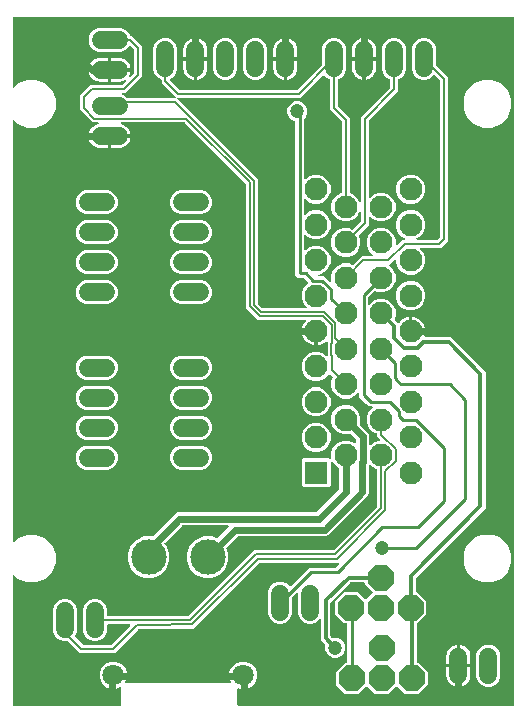
<source format=gbr>
G04 EAGLE Gerber RS-274X export*
G75*
%MOMM*%
%FSLAX34Y34*%
%LPD*%
%INBottom Copper*%
%IPPOS*%
%AMOC8*
5,1,8,0,0,1.08239X$1,22.5*%
G01*
%ADD10C,1.524000*%
%ADD11P,2.364373X8X202.500000*%
%ADD12P,2.364373X8X22.500000*%
%ADD13C,1.950000*%
%ADD14R,1.950000X1.950000*%
%ADD15C,1.800000*%
%ADD16C,3.000000*%
%ADD17C,0.600000*%
%ADD18C,1.050000*%
%ADD19C,0.152400*%
%ADD20C,0.200000*%
%ADD21C,0.250000*%
%ADD22C,1.200000*%
%ADD23C,0.350000*%
%ADD24C,0.300000*%

G36*
X645020Y101814D02*
X645020Y101814D01*
X645039Y101812D01*
X645141Y101834D01*
X645243Y101850D01*
X645260Y101860D01*
X645280Y101864D01*
X645369Y101917D01*
X645460Y101966D01*
X645474Y101980D01*
X645491Y101990D01*
X645558Y102069D01*
X645630Y102144D01*
X645638Y102162D01*
X645651Y102177D01*
X645690Y102273D01*
X645733Y102367D01*
X645735Y102387D01*
X645743Y102405D01*
X645761Y102572D01*
X645761Y116913D01*
X645754Y116958D01*
X645756Y117004D01*
X645734Y117079D01*
X645722Y117156D01*
X645700Y117196D01*
X645687Y117240D01*
X645643Y117304D01*
X645606Y117373D01*
X645573Y117405D01*
X645547Y117442D01*
X645484Y117489D01*
X645428Y117543D01*
X645386Y117562D01*
X645350Y117589D01*
X645276Y117613D01*
X645205Y117646D01*
X645159Y117651D01*
X645116Y117665D01*
X645038Y117665D01*
X644961Y117673D01*
X644916Y117663D01*
X644870Y117663D01*
X644738Y117625D01*
X644720Y117621D01*
X644716Y117618D01*
X644709Y117616D01*
X641288Y116199D01*
X636712Y116199D01*
X632485Y117950D01*
X629250Y121185D01*
X627499Y125412D01*
X627499Y129988D01*
X629250Y134215D01*
X632485Y137450D01*
X636712Y139201D01*
X641288Y139201D01*
X645515Y137450D01*
X648750Y134215D01*
X650501Y129988D01*
X650501Y125412D01*
X649208Y122291D01*
X649197Y122247D01*
X649178Y122205D01*
X649170Y122128D01*
X649152Y122052D01*
X649156Y122006D01*
X649151Y121961D01*
X649168Y121884D01*
X649175Y121807D01*
X649194Y121765D01*
X649203Y121720D01*
X649243Y121653D01*
X649275Y121582D01*
X649306Y121548D01*
X649329Y121509D01*
X649389Y121459D01*
X649441Y121401D01*
X649481Y121379D01*
X649516Y121349D01*
X649589Y121320D01*
X649657Y121283D01*
X649702Y121274D01*
X649745Y121257D01*
X649880Y121242D01*
X649899Y121239D01*
X649904Y121240D01*
X649911Y121239D01*
X738089Y121239D01*
X738134Y121246D01*
X738180Y121244D01*
X738255Y121266D01*
X738332Y121279D01*
X738372Y121300D01*
X738416Y121313D01*
X738480Y121357D01*
X738549Y121394D01*
X738581Y121427D01*
X738618Y121453D01*
X738665Y121515D01*
X738718Y121572D01*
X738738Y121614D01*
X738765Y121650D01*
X738789Y121724D01*
X738822Y121795D01*
X738827Y121841D01*
X738841Y121884D01*
X738840Y121962D01*
X738849Y122039D01*
X738839Y122084D01*
X738839Y122130D01*
X738801Y122262D01*
X738797Y122280D01*
X738794Y122284D01*
X738792Y122291D01*
X737499Y125412D01*
X737499Y129988D01*
X739250Y134215D01*
X742485Y137450D01*
X746712Y139201D01*
X751288Y139201D01*
X755515Y137450D01*
X758750Y134215D01*
X760501Y129988D01*
X760501Y125412D01*
X758750Y121185D01*
X755515Y117950D01*
X751288Y116199D01*
X746712Y116199D01*
X745291Y116788D01*
X745247Y116798D01*
X745205Y116818D01*
X745128Y116826D01*
X745052Y116844D01*
X745006Y116840D01*
X744961Y116845D01*
X744884Y116828D01*
X744807Y116821D01*
X744765Y116802D01*
X744720Y116793D01*
X744653Y116753D01*
X744582Y116721D01*
X744548Y116690D01*
X744509Y116666D01*
X744459Y116607D01*
X744401Y116555D01*
X744379Y116514D01*
X744349Y116479D01*
X744320Y116407D01*
X744283Y116339D01*
X744274Y116294D01*
X744257Y116251D01*
X744242Y116115D01*
X744239Y116097D01*
X744240Y116092D01*
X744239Y116085D01*
X744239Y102572D01*
X744242Y102552D01*
X744240Y102533D01*
X744262Y102431D01*
X744279Y102329D01*
X744288Y102312D01*
X744292Y102292D01*
X744345Y102203D01*
X744394Y102112D01*
X744408Y102098D01*
X744418Y102081D01*
X744497Y102014D01*
X744572Y101942D01*
X744590Y101934D01*
X744605Y101921D01*
X744701Y101882D01*
X744795Y101839D01*
X744815Y101837D01*
X744833Y101829D01*
X745000Y101811D01*
X977428Y101811D01*
X977448Y101814D01*
X977467Y101812D01*
X977569Y101834D01*
X977671Y101850D01*
X977688Y101860D01*
X977708Y101864D01*
X977797Y101917D01*
X977888Y101966D01*
X977902Y101980D01*
X977919Y101990D01*
X977986Y102069D01*
X978058Y102144D01*
X978066Y102162D01*
X978079Y102177D01*
X978118Y102273D01*
X978161Y102367D01*
X978163Y102387D01*
X978171Y102405D01*
X978189Y102572D01*
X978189Y684428D01*
X978186Y684448D01*
X978188Y684467D01*
X978166Y684569D01*
X978150Y684671D01*
X978140Y684688D01*
X978136Y684708D01*
X978083Y684797D01*
X978034Y684888D01*
X978020Y684902D01*
X978010Y684919D01*
X977931Y684986D01*
X977856Y685058D01*
X977838Y685066D01*
X977823Y685079D01*
X977727Y685118D01*
X977633Y685161D01*
X977613Y685163D01*
X977595Y685171D01*
X977428Y685189D01*
X554572Y685189D01*
X554552Y685186D01*
X554533Y685188D01*
X554431Y685166D01*
X554329Y685150D01*
X554312Y685140D01*
X554292Y685136D01*
X554203Y685083D01*
X554112Y685034D01*
X554098Y685020D01*
X554081Y685010D01*
X554014Y684931D01*
X553942Y684856D01*
X553934Y684838D01*
X553921Y684823D01*
X553882Y684727D01*
X553839Y684633D01*
X553837Y684613D01*
X553829Y684595D01*
X553811Y684428D01*
X553811Y625872D01*
X553822Y625802D01*
X553824Y625730D01*
X553842Y625681D01*
X553850Y625629D01*
X553884Y625566D01*
X553909Y625499D01*
X553941Y625458D01*
X553966Y625412D01*
X554018Y625363D01*
X554062Y625307D01*
X554106Y625279D01*
X554144Y625243D01*
X554209Y625213D01*
X554269Y625174D01*
X554320Y625161D01*
X554367Y625139D01*
X554438Y625131D01*
X554508Y625114D01*
X554560Y625118D01*
X554611Y625112D01*
X554682Y625127D01*
X554753Y625133D01*
X554801Y625153D01*
X554852Y625164D01*
X554913Y625201D01*
X554979Y625229D01*
X555035Y625274D01*
X555063Y625290D01*
X555078Y625308D01*
X555110Y625334D01*
X558495Y628719D01*
X565960Y631811D01*
X574040Y631811D01*
X581505Y628719D01*
X587219Y623005D01*
X590311Y615540D01*
X590311Y607460D01*
X587219Y599995D01*
X581505Y594281D01*
X574040Y591189D01*
X565960Y591189D01*
X558495Y594281D01*
X555110Y597666D01*
X555052Y597708D01*
X555000Y597757D01*
X554953Y597779D01*
X554911Y597810D01*
X554842Y597831D01*
X554777Y597861D01*
X554725Y597867D01*
X554675Y597882D01*
X554604Y597880D01*
X554533Y597888D01*
X554482Y597877D01*
X554430Y597876D01*
X554362Y597851D01*
X554292Y597836D01*
X554247Y597809D01*
X554199Y597791D01*
X554143Y597746D01*
X554081Y597710D01*
X554047Y597670D01*
X554007Y597637D01*
X553968Y597577D01*
X553921Y597523D01*
X553902Y597474D01*
X553874Y597431D01*
X553856Y597361D01*
X553829Y597294D01*
X553821Y597223D01*
X553813Y597192D01*
X553815Y597169D01*
X553811Y597128D01*
X553811Y240872D01*
X553822Y240802D01*
X553824Y240730D01*
X553842Y240681D01*
X553850Y240629D01*
X553884Y240566D01*
X553909Y240499D01*
X553941Y240458D01*
X553966Y240412D01*
X554018Y240363D01*
X554062Y240307D01*
X554106Y240279D01*
X554144Y240243D01*
X554209Y240213D01*
X554269Y240174D01*
X554320Y240161D01*
X554367Y240139D01*
X554438Y240131D01*
X554508Y240114D01*
X554560Y240118D01*
X554611Y240112D01*
X554682Y240127D01*
X554753Y240133D01*
X554801Y240153D01*
X554852Y240164D01*
X554913Y240201D01*
X554979Y240229D01*
X555035Y240274D01*
X555063Y240290D01*
X555078Y240308D01*
X555110Y240334D01*
X558495Y243719D01*
X565960Y246811D01*
X574040Y246811D01*
X581505Y243719D01*
X587219Y238005D01*
X590311Y230540D01*
X590311Y222460D01*
X587219Y214995D01*
X581505Y209281D01*
X574040Y206189D01*
X565960Y206189D01*
X558495Y209281D01*
X555110Y212666D01*
X555052Y212708D01*
X555000Y212757D01*
X554953Y212779D01*
X554911Y212810D01*
X554842Y212831D01*
X554777Y212861D01*
X554725Y212867D01*
X554675Y212882D01*
X554604Y212880D01*
X554533Y212888D01*
X554482Y212877D01*
X554430Y212876D01*
X554362Y212851D01*
X554292Y212836D01*
X554247Y212809D01*
X554199Y212791D01*
X554143Y212746D01*
X554081Y212710D01*
X554047Y212670D01*
X554007Y212637D01*
X553968Y212577D01*
X553921Y212523D01*
X553902Y212474D01*
X553874Y212431D01*
X553856Y212361D01*
X553829Y212294D01*
X553821Y212223D01*
X553813Y212192D01*
X553815Y212169D01*
X553811Y212128D01*
X553811Y102572D01*
X553814Y102552D01*
X553812Y102533D01*
X553834Y102431D01*
X553850Y102329D01*
X553860Y102312D01*
X553864Y102292D01*
X553917Y102203D01*
X553966Y102112D01*
X553980Y102098D01*
X553990Y102081D01*
X554069Y102014D01*
X554144Y101942D01*
X554162Y101934D01*
X554177Y101921D01*
X554273Y101882D01*
X554367Y101839D01*
X554387Y101837D01*
X554405Y101829D01*
X554572Y101811D01*
X645000Y101811D01*
X645020Y101814D01*
G37*
%LPC*%
G36*
X835440Y111577D02*
X835440Y111577D01*
X827577Y119440D01*
X827577Y130560D01*
X835440Y138423D01*
X836488Y138423D01*
X836508Y138426D01*
X836527Y138424D01*
X836629Y138446D01*
X836731Y138462D01*
X836748Y138472D01*
X836768Y138476D01*
X836857Y138529D01*
X836948Y138578D01*
X836962Y138592D01*
X836979Y138602D01*
X837046Y138681D01*
X837118Y138756D01*
X837126Y138774D01*
X837139Y138789D01*
X837178Y138885D01*
X837221Y138979D01*
X837223Y138999D01*
X837231Y139017D01*
X837249Y139184D01*
X837249Y170816D01*
X837246Y170836D01*
X837248Y170855D01*
X837226Y170957D01*
X837210Y171059D01*
X837200Y171076D01*
X837196Y171096D01*
X837143Y171185D01*
X837094Y171276D01*
X837080Y171290D01*
X837070Y171307D01*
X836991Y171374D01*
X836916Y171446D01*
X836898Y171454D01*
X836883Y171467D01*
X836787Y171506D01*
X836693Y171549D01*
X836673Y171551D01*
X836655Y171559D01*
X836488Y171577D01*
X834440Y171577D01*
X826577Y179440D01*
X826577Y190560D01*
X834440Y198423D01*
X845560Y198423D01*
X852162Y191821D01*
X852178Y191809D01*
X852190Y191794D01*
X852278Y191738D01*
X852361Y191677D01*
X852380Y191672D01*
X852397Y191661D01*
X852498Y191635D01*
X852597Y191605D01*
X852616Y191606D01*
X852636Y191601D01*
X852739Y191609D01*
X852842Y191611D01*
X852861Y191618D01*
X852881Y191620D01*
X852976Y191660D01*
X853073Y191696D01*
X853089Y191708D01*
X853107Y191716D01*
X853238Y191821D01*
X858579Y197162D01*
X858591Y197178D01*
X858606Y197190D01*
X858662Y197278D01*
X858723Y197361D01*
X858728Y197380D01*
X858739Y197397D01*
X858765Y197498D01*
X858795Y197597D01*
X858794Y197616D01*
X858799Y197636D01*
X858791Y197739D01*
X858789Y197842D01*
X858782Y197861D01*
X858780Y197881D01*
X858740Y197976D01*
X858704Y198073D01*
X858692Y198089D01*
X858684Y198107D01*
X858579Y198238D01*
X851977Y204840D01*
X851977Y205638D01*
X851974Y205658D01*
X851976Y205677D01*
X851954Y205779D01*
X851938Y205881D01*
X851928Y205898D01*
X851924Y205918D01*
X851871Y206007D01*
X851822Y206098D01*
X851808Y206112D01*
X851798Y206129D01*
X851719Y206196D01*
X851644Y206268D01*
X851626Y206276D01*
X851611Y206289D01*
X851515Y206328D01*
X851421Y206371D01*
X851401Y206373D01*
X851383Y206381D01*
X851216Y206399D01*
X840372Y206399D01*
X840282Y206385D01*
X840191Y206377D01*
X840162Y206365D01*
X840130Y206360D01*
X840049Y206317D01*
X839965Y206281D01*
X839933Y206255D01*
X839912Y206244D01*
X839890Y206221D01*
X839834Y206176D01*
X823224Y189566D01*
X823171Y189492D01*
X823111Y189422D01*
X823099Y189392D01*
X823080Y189366D01*
X823053Y189279D01*
X823019Y189194D01*
X823015Y189153D01*
X823008Y189131D01*
X823009Y189099D01*
X823001Y189028D01*
X823001Y160972D01*
X823015Y160882D01*
X823023Y160791D01*
X823035Y160762D01*
X823040Y160730D01*
X823083Y160649D01*
X823119Y160565D01*
X823145Y160533D01*
X823156Y160512D01*
X823179Y160490D01*
X823224Y160434D01*
X824135Y159523D01*
X824229Y159455D01*
X824324Y159385D01*
X824330Y159383D01*
X824335Y159379D01*
X824446Y159345D01*
X824557Y159309D01*
X824564Y159309D01*
X824570Y159307D01*
X824686Y159310D01*
X824803Y159311D01*
X824811Y159313D01*
X824816Y159313D01*
X824833Y159320D01*
X824965Y159358D01*
X825309Y159501D01*
X828691Y159501D01*
X831815Y158207D01*
X834207Y155815D01*
X835501Y152691D01*
X835501Y149309D01*
X834207Y146185D01*
X831815Y143793D01*
X828691Y142499D01*
X825309Y142499D01*
X822185Y143793D01*
X819793Y146185D01*
X818499Y149309D01*
X818499Y152691D01*
X818642Y153035D01*
X818668Y153148D01*
X818697Y153263D01*
X818697Y153269D01*
X818698Y153275D01*
X818687Y153391D01*
X818678Y153508D01*
X818676Y153514D01*
X818675Y153520D01*
X818627Y153627D01*
X818582Y153734D01*
X818577Y153740D01*
X818575Y153745D01*
X818562Y153758D01*
X818477Y153865D01*
X817566Y154776D01*
X814999Y157343D01*
X814999Y174729D01*
X814988Y174799D01*
X814986Y174871D01*
X814968Y174920D01*
X814960Y174971D01*
X814926Y175035D01*
X814901Y175102D01*
X814869Y175143D01*
X814844Y175189D01*
X814792Y175238D01*
X814748Y175294D01*
X814704Y175322D01*
X814666Y175358D01*
X814601Y175388D01*
X814541Y175427D01*
X814490Y175440D01*
X814443Y175462D01*
X814372Y175470D01*
X814302Y175487D01*
X814250Y175483D01*
X814199Y175489D01*
X814128Y175474D01*
X814057Y175468D01*
X814009Y175448D01*
X813958Y175437D01*
X813897Y175400D01*
X813831Y175372D01*
X813775Y175327D01*
X813747Y175310D01*
X813732Y175293D01*
X813700Y175267D01*
X811433Y173000D01*
X807713Y171459D01*
X803687Y171459D01*
X799967Y173000D01*
X797120Y175847D01*
X795579Y179567D01*
X795579Y197337D01*
X795568Y197408D01*
X795566Y197480D01*
X795548Y197529D01*
X795540Y197580D01*
X795506Y197643D01*
X795481Y197711D01*
X795449Y197751D01*
X795424Y197797D01*
X795373Y197847D01*
X795328Y197903D01*
X795284Y197931D01*
X795246Y197967D01*
X795181Y197997D01*
X795121Y198036D01*
X795070Y198048D01*
X795023Y198070D01*
X794952Y198078D01*
X794882Y198096D01*
X794830Y198092D01*
X794779Y198097D01*
X794708Y198082D01*
X794637Y198077D01*
X794589Y198056D01*
X794538Y198045D01*
X794477Y198008D01*
X794411Y197980D01*
X794355Y197935D01*
X794327Y197919D01*
X794312Y197901D01*
X794280Y197875D01*
X790644Y194239D01*
X790591Y194165D01*
X790531Y194096D01*
X790519Y194066D01*
X790500Y194040D01*
X790473Y193953D01*
X790439Y193868D01*
X790435Y193827D01*
X790428Y193805D01*
X790429Y193772D01*
X790421Y193701D01*
X790421Y179567D01*
X788880Y175847D01*
X786033Y173000D01*
X782313Y171459D01*
X778287Y171459D01*
X774567Y173000D01*
X771720Y175847D01*
X770179Y179567D01*
X770179Y198833D01*
X771720Y202553D01*
X774567Y205400D01*
X778287Y206941D01*
X782313Y206941D01*
X786033Y205400D01*
X788076Y203357D01*
X788092Y203345D01*
X788105Y203330D01*
X788192Y203274D01*
X788276Y203213D01*
X788295Y203207D01*
X788312Y203197D01*
X788412Y203171D01*
X788511Y203141D01*
X788531Y203141D01*
X788550Y203137D01*
X788653Y203145D01*
X788757Y203147D01*
X788775Y203154D01*
X788795Y203156D01*
X788890Y203196D01*
X788988Y203232D01*
X789003Y203244D01*
X789022Y203252D01*
X789153Y203357D01*
X802126Y216331D01*
X804546Y218751D01*
X827131Y218751D01*
X827221Y218765D01*
X827312Y218773D01*
X827342Y218785D01*
X827374Y218790D01*
X827455Y218833D01*
X827538Y218869D01*
X827571Y218895D01*
X827591Y218906D01*
X827613Y218929D01*
X827669Y218974D01*
X830371Y221676D01*
X830413Y221734D01*
X830463Y221786D01*
X830485Y221833D01*
X830515Y221875D01*
X830536Y221944D01*
X830566Y222009D01*
X830572Y222061D01*
X830587Y222111D01*
X830585Y222182D01*
X830593Y222253D01*
X830582Y222304D01*
X830581Y222356D01*
X830556Y222424D01*
X830541Y222494D01*
X830514Y222538D01*
X830497Y222587D01*
X830452Y222643D01*
X830415Y222705D01*
X830375Y222739D01*
X830343Y222779D01*
X830283Y222818D01*
X830228Y222865D01*
X830180Y222884D01*
X830136Y222912D01*
X830066Y222930D01*
X830000Y222957D01*
X829929Y222965D01*
X829897Y222973D01*
X829874Y222971D01*
X829833Y222975D01*
X763225Y222975D01*
X763135Y222961D01*
X763044Y222953D01*
X763014Y222941D01*
X762982Y222936D01*
X762902Y222893D01*
X762818Y222857D01*
X762786Y222831D01*
X762765Y222820D01*
X762743Y222797D01*
X762687Y222752D01*
X709383Y169449D01*
X707110Y167175D01*
X689441Y167175D01*
X689351Y167161D01*
X689260Y167153D01*
X689231Y167141D01*
X689199Y167136D01*
X689118Y167093D01*
X689034Y167057D01*
X689002Y167031D01*
X688981Y167020D01*
X688959Y166997D01*
X688903Y166952D01*
X688450Y166499D01*
X660765Y166499D01*
X660675Y166485D01*
X660584Y166477D01*
X660555Y166465D01*
X660523Y166460D01*
X660442Y166417D01*
X660358Y166381D01*
X660326Y166355D01*
X660305Y166344D01*
X660283Y166321D01*
X660227Y166276D01*
X640450Y146499D01*
X610550Y146499D01*
X600813Y156236D01*
X600739Y156289D01*
X600670Y156349D01*
X600639Y156361D01*
X600613Y156380D01*
X600526Y156407D01*
X600441Y156441D01*
X600400Y156445D01*
X600378Y156452D01*
X600346Y156451D01*
X600275Y156459D01*
X596287Y156459D01*
X592567Y158000D01*
X589720Y160847D01*
X588179Y164567D01*
X588179Y183833D01*
X589720Y187553D01*
X592567Y190400D01*
X596287Y191941D01*
X600313Y191941D01*
X604033Y190400D01*
X606880Y187553D01*
X608421Y183833D01*
X608421Y164567D01*
X606847Y160768D01*
X606821Y160655D01*
X606792Y160541D01*
X606793Y160535D01*
X606791Y160529D01*
X606802Y160412D01*
X606811Y160296D01*
X606814Y160290D01*
X606814Y160284D01*
X606862Y160176D01*
X606907Y160070D01*
X606912Y160064D01*
X606914Y160059D01*
X606927Y160045D01*
X607012Y159939D01*
X613227Y153724D01*
X613301Y153671D01*
X613371Y153611D01*
X613401Y153599D01*
X613427Y153580D01*
X613514Y153553D01*
X613599Y153519D01*
X613640Y153515D01*
X613662Y153508D01*
X613694Y153509D01*
X613765Y153501D01*
X637235Y153501D01*
X637325Y153515D01*
X637416Y153523D01*
X637445Y153535D01*
X637477Y153540D01*
X637558Y153583D01*
X637642Y153619D01*
X637674Y153645D01*
X637695Y153656D01*
X637717Y153679D01*
X637773Y153724D01*
X653449Y169400D01*
X653491Y169458D01*
X653540Y169510D01*
X653562Y169557D01*
X653592Y169599D01*
X653614Y169668D01*
X653644Y169733D01*
X653650Y169785D01*
X653665Y169835D01*
X653663Y169906D01*
X653671Y169977D01*
X653660Y170028D01*
X653658Y170080D01*
X653634Y170148D01*
X653619Y170218D01*
X653592Y170263D01*
X653574Y170311D01*
X653529Y170367D01*
X653492Y170429D01*
X653453Y170463D01*
X653420Y170503D01*
X653360Y170542D01*
X653306Y170589D01*
X653257Y170608D01*
X653213Y170636D01*
X653144Y170654D01*
X653077Y170681D01*
X653006Y170689D01*
X652975Y170697D01*
X652952Y170695D01*
X652911Y170699D01*
X634582Y170699D01*
X634562Y170696D01*
X634543Y170698D01*
X634441Y170676D01*
X634339Y170660D01*
X634322Y170650D01*
X634302Y170646D01*
X634213Y170593D01*
X634122Y170544D01*
X634108Y170530D01*
X634091Y170520D01*
X634024Y170441D01*
X633952Y170366D01*
X633944Y170348D01*
X633931Y170333D01*
X633892Y170237D01*
X633849Y170143D01*
X633847Y170123D01*
X633839Y170105D01*
X633821Y169938D01*
X633821Y164567D01*
X632280Y160847D01*
X629433Y158000D01*
X625713Y156459D01*
X621687Y156459D01*
X617967Y158000D01*
X615120Y160847D01*
X613579Y164567D01*
X613579Y183833D01*
X615120Y187553D01*
X617967Y190400D01*
X621687Y191941D01*
X625713Y191941D01*
X629433Y190400D01*
X632280Y187553D01*
X633821Y183833D01*
X633821Y178462D01*
X633824Y178442D01*
X633822Y178423D01*
X633844Y178321D01*
X633860Y178219D01*
X633870Y178202D01*
X633874Y178182D01*
X633927Y178093D01*
X633976Y178002D01*
X633990Y177988D01*
X634000Y177971D01*
X634079Y177904D01*
X634154Y177832D01*
X634172Y177824D01*
X634187Y177811D01*
X634283Y177772D01*
X634377Y177729D01*
X634397Y177727D01*
X634415Y177719D01*
X634582Y177701D01*
X702435Y177701D01*
X702525Y177715D01*
X702616Y177723D01*
X702645Y177735D01*
X702677Y177740D01*
X702758Y177783D01*
X702842Y177819D01*
X702874Y177845D01*
X702895Y177856D01*
X702917Y177879D01*
X702973Y177924D01*
X758550Y233501D01*
X825235Y233501D01*
X825325Y233515D01*
X825416Y233523D01*
X825445Y233535D01*
X825477Y233540D01*
X825558Y233583D01*
X825642Y233619D01*
X825674Y233645D01*
X825695Y233656D01*
X825700Y233661D01*
X825701Y233662D01*
X825718Y233680D01*
X825773Y233724D01*
X862176Y270127D01*
X862229Y270201D01*
X862289Y270271D01*
X862301Y270301D01*
X862320Y270327D01*
X862347Y270414D01*
X862381Y270499D01*
X862385Y270540D01*
X862392Y270562D01*
X862391Y270594D01*
X862399Y270665D01*
X862399Y301781D01*
X862380Y301896D01*
X862363Y302012D01*
X862361Y302018D01*
X862360Y302024D01*
X862305Y302127D01*
X862252Y302231D01*
X862247Y302236D01*
X862244Y302241D01*
X862160Y302321D01*
X862076Y302404D01*
X862070Y302407D01*
X862066Y302411D01*
X862049Y302419D01*
X861929Y302485D01*
X858960Y303714D01*
X856800Y305875D01*
X856742Y305916D01*
X856690Y305966D01*
X856643Y305988D01*
X856601Y306018D01*
X856532Y306039D01*
X856467Y306069D01*
X856415Y306075D01*
X856365Y306091D01*
X856294Y306089D01*
X856223Y306097D01*
X856172Y306085D01*
X856120Y306084D01*
X856052Y306060D01*
X855982Y306044D01*
X855937Y306018D01*
X855889Y306000D01*
X855833Y305955D01*
X855771Y305918D01*
X855737Y305879D01*
X855697Y305846D01*
X855658Y305786D01*
X855611Y305731D01*
X855592Y305683D01*
X855564Y305639D01*
X855546Y305570D01*
X855519Y305503D01*
X855511Y305432D01*
X855503Y305401D01*
X855505Y305377D01*
X855501Y305336D01*
X855501Y281906D01*
X854663Y279884D01*
X821116Y246337D01*
X819094Y245499D01*
X744894Y245499D01*
X744804Y245485D01*
X744713Y245477D01*
X744683Y245465D01*
X744651Y245460D01*
X744570Y245417D01*
X744487Y245381D01*
X744454Y245355D01*
X744434Y245344D01*
X744412Y245321D01*
X744356Y245276D01*
X735033Y235953D01*
X734965Y235859D01*
X734895Y235765D01*
X734893Y235759D01*
X734889Y235754D01*
X734855Y235643D01*
X734819Y235531D01*
X734819Y235525D01*
X734817Y235519D01*
X734820Y235402D01*
X734821Y235285D01*
X734823Y235278D01*
X734823Y235273D01*
X734830Y235255D01*
X734868Y235124D01*
X736501Y231181D01*
X736501Y224219D01*
X733836Y217787D01*
X728913Y212864D01*
X722481Y210199D01*
X715519Y210199D01*
X709087Y212864D01*
X704164Y217787D01*
X701499Y224219D01*
X701499Y231181D01*
X704164Y237613D01*
X709087Y242536D01*
X715519Y245201D01*
X722481Y245201D01*
X726424Y243568D01*
X726537Y243541D01*
X726651Y243512D01*
X726657Y243513D01*
X726663Y243511D01*
X726780Y243522D01*
X726896Y243532D01*
X726902Y243534D01*
X726908Y243535D01*
X727016Y243582D01*
X727122Y243628D01*
X727128Y243632D01*
X727133Y243635D01*
X727147Y243647D01*
X727253Y243733D01*
X736721Y253200D01*
X736762Y253258D01*
X736812Y253310D01*
X736834Y253357D01*
X736864Y253399D01*
X736885Y253468D01*
X736915Y253533D01*
X736921Y253585D01*
X736936Y253635D01*
X736935Y253706D01*
X736942Y253777D01*
X736931Y253828D01*
X736930Y253880D01*
X736905Y253948D01*
X736890Y254018D01*
X736863Y254063D01*
X736846Y254111D01*
X736801Y254167D01*
X736764Y254229D01*
X736724Y254263D01*
X736692Y254303D01*
X736632Y254342D01*
X736577Y254389D01*
X736529Y254408D01*
X736485Y254436D01*
X736416Y254454D01*
X736349Y254481D01*
X736278Y254489D01*
X736246Y254497D01*
X736223Y254495D01*
X736182Y254499D01*
X697594Y254499D01*
X697504Y254485D01*
X697413Y254477D01*
X697383Y254465D01*
X697351Y254460D01*
X697270Y254417D01*
X697187Y254381D01*
X697154Y254355D01*
X697134Y254344D01*
X697112Y254321D01*
X697056Y254276D01*
X682653Y239874D01*
X682641Y239857D01*
X682626Y239845D01*
X682569Y239758D01*
X682509Y239674D01*
X682503Y239655D01*
X682493Y239638D01*
X682467Y239537D01*
X682437Y239439D01*
X682437Y239419D01*
X682433Y239399D01*
X682441Y239297D01*
X682443Y239193D01*
X682450Y239174D01*
X682452Y239154D01*
X682492Y239059D01*
X682528Y238962D01*
X682540Y238946D01*
X682548Y238928D01*
X682653Y238797D01*
X683836Y237613D01*
X686501Y231181D01*
X686501Y224219D01*
X683836Y217787D01*
X678913Y212864D01*
X672481Y210199D01*
X665519Y210199D01*
X659087Y212864D01*
X654164Y217787D01*
X651499Y224219D01*
X651499Y231181D01*
X654164Y237613D01*
X659087Y242536D01*
X665519Y245201D01*
X672106Y245201D01*
X672196Y245215D01*
X672287Y245223D01*
X672317Y245235D01*
X672349Y245240D01*
X672430Y245283D01*
X672514Y245319D01*
X672546Y245345D01*
X672566Y245356D01*
X672589Y245379D01*
X672644Y245424D01*
X691884Y264663D01*
X693906Y265501D01*
X810406Y265501D01*
X810496Y265515D01*
X810587Y265523D01*
X810617Y265535D01*
X810649Y265540D01*
X810730Y265583D01*
X810813Y265619D01*
X810846Y265645D01*
X810866Y265656D01*
X810888Y265679D01*
X810944Y265724D01*
X830176Y284956D01*
X830229Y285029D01*
X830289Y285099D01*
X830301Y285129D01*
X830320Y285155D01*
X830347Y285242D01*
X830381Y285327D01*
X830385Y285368D01*
X830392Y285390D01*
X830391Y285423D01*
X830399Y285494D01*
X830399Y302610D01*
X830380Y302725D01*
X830363Y302841D01*
X830361Y302846D01*
X830360Y302852D01*
X830305Y302955D01*
X830252Y303060D01*
X830247Y303064D01*
X830244Y303070D01*
X830160Y303150D01*
X830076Y303232D01*
X830070Y303236D01*
X830066Y303239D01*
X830049Y303247D01*
X829929Y303313D01*
X828960Y303714D01*
X825514Y307160D01*
X824615Y309331D01*
X824564Y309414D01*
X824518Y309500D01*
X824499Y309518D01*
X824486Y309540D01*
X824411Y309602D01*
X824340Y309669D01*
X824316Y309680D01*
X824296Y309697D01*
X824205Y309732D01*
X824117Y309773D01*
X824091Y309776D01*
X824067Y309785D01*
X823969Y309789D01*
X823873Y309800D01*
X823847Y309794D01*
X823821Y309795D01*
X823727Y309768D01*
X823632Y309748D01*
X823610Y309734D01*
X823585Y309727D01*
X823505Y309671D01*
X823421Y309621D01*
X823404Y309602D01*
X823383Y309587D01*
X823324Y309509D01*
X823261Y309435D01*
X823251Y309410D01*
X823236Y309389D01*
X823206Y309297D01*
X823169Y309206D01*
X823166Y309174D01*
X823160Y309155D01*
X823160Y309122D01*
X823151Y309040D01*
X823151Y288314D01*
X821686Y286849D01*
X800114Y286849D01*
X798649Y288314D01*
X798649Y309886D01*
X800114Y311351D01*
X821686Y311351D01*
X822552Y310484D01*
X822631Y310427D01*
X822707Y310365D01*
X822731Y310356D01*
X822752Y310341D01*
X822845Y310312D01*
X822936Y310277D01*
X822962Y310276D01*
X822987Y310268D01*
X823084Y310271D01*
X823182Y310267D01*
X823207Y310274D01*
X823233Y310275D01*
X823325Y310308D01*
X823418Y310335D01*
X823440Y310350D01*
X823464Y310359D01*
X823540Y310420D01*
X823620Y310475D01*
X823636Y310496D01*
X823656Y310513D01*
X823709Y310595D01*
X823767Y310673D01*
X823775Y310698D01*
X823789Y310720D01*
X823813Y310814D01*
X823843Y310907D01*
X823843Y310933D01*
X823849Y310958D01*
X823842Y311055D01*
X823841Y311153D01*
X823832Y311184D01*
X823830Y311203D01*
X823817Y311234D01*
X823794Y311314D01*
X823649Y311663D01*
X823649Y316537D01*
X825514Y321040D01*
X828960Y324486D01*
X833463Y326351D01*
X838337Y326351D01*
X842839Y324486D01*
X843374Y323951D01*
X843432Y323909D01*
X843484Y323860D01*
X843531Y323838D01*
X843573Y323808D01*
X843642Y323787D01*
X843707Y323757D01*
X843759Y323751D01*
X843809Y323735D01*
X843880Y323737D01*
X843951Y323729D01*
X844002Y323741D01*
X844054Y323742D01*
X844122Y323766D01*
X844192Y323782D01*
X844237Y323808D01*
X844285Y323826D01*
X844341Y323871D01*
X844403Y323908D01*
X844437Y323947D01*
X844477Y323980D01*
X844516Y324040D01*
X844563Y324095D01*
X844582Y324143D01*
X844610Y324187D01*
X844628Y324256D01*
X844655Y324323D01*
X844663Y324394D01*
X844671Y324425D01*
X844669Y324449D01*
X844673Y324490D01*
X844673Y327232D01*
X844659Y327322D01*
X844651Y327413D01*
X844639Y327443D01*
X844634Y327475D01*
X844591Y327556D01*
X844555Y327639D01*
X844529Y327672D01*
X844518Y327692D01*
X844495Y327714D01*
X844450Y327770D01*
X840135Y332086D01*
X840040Y332154D01*
X839947Y332223D01*
X839941Y332225D01*
X839936Y332229D01*
X839824Y332263D01*
X839713Y332300D01*
X839706Y332300D01*
X839700Y332301D01*
X839584Y332298D01*
X839467Y332297D01*
X839460Y332295D01*
X839455Y332295D01*
X839437Y332289D01*
X839306Y332251D01*
X838337Y331849D01*
X833463Y331849D01*
X828960Y333714D01*
X825514Y337160D01*
X823649Y341663D01*
X823649Y346537D01*
X825514Y351040D01*
X828960Y354486D01*
X833463Y356351D01*
X838337Y356351D01*
X842840Y354486D01*
X846286Y351040D01*
X848151Y346537D01*
X848151Y341663D01*
X847749Y340694D01*
X847723Y340581D01*
X847694Y340467D01*
X847695Y340461D01*
X847693Y340455D01*
X847704Y340338D01*
X847713Y340222D01*
X847716Y340216D01*
X847716Y340210D01*
X847764Y340102D01*
X847810Y339996D01*
X847814Y339990D01*
X847816Y339985D01*
X847829Y339972D01*
X847914Y339865D01*
X853183Y334596D01*
X854837Y332942D01*
X855675Y330920D01*
X855675Y323038D01*
X855686Y322967D01*
X855688Y322895D01*
X855706Y322846D01*
X855714Y322795D01*
X855748Y322732D01*
X855773Y322664D01*
X855805Y322624D01*
X855830Y322578D01*
X855882Y322528D01*
X855926Y322472D01*
X855970Y322444D01*
X856008Y322408D01*
X856073Y322378D01*
X856133Y322339D01*
X856184Y322326D01*
X856231Y322305D01*
X856302Y322297D01*
X856372Y322279D01*
X856424Y322283D01*
X856475Y322277D01*
X856546Y322293D01*
X856617Y322298D01*
X856665Y322319D01*
X856716Y322330D01*
X856777Y322367D01*
X856843Y322395D01*
X856899Y322439D01*
X856927Y322456D01*
X856942Y322474D01*
X856974Y322499D01*
X858960Y324486D01*
X863463Y326351D01*
X864219Y326351D01*
X864289Y326362D01*
X864361Y326364D01*
X864410Y326382D01*
X864461Y326390D01*
X864525Y326424D01*
X864592Y326449D01*
X864633Y326481D01*
X864679Y326506D01*
X864728Y326558D01*
X864784Y326602D01*
X864812Y326646D01*
X864848Y326684D01*
X864878Y326749D01*
X864917Y326809D01*
X864930Y326860D01*
X864952Y326907D01*
X864960Y326978D01*
X864977Y327048D01*
X864973Y327100D01*
X864979Y327151D01*
X864964Y327222D01*
X864958Y327293D01*
X864938Y327341D01*
X864927Y327392D01*
X864890Y327453D01*
X864862Y327519D01*
X864817Y327575D01*
X864801Y327603D01*
X864783Y327618D01*
X864757Y327650D01*
X862399Y330008D01*
X862399Y331781D01*
X862380Y331896D01*
X862363Y332012D01*
X862361Y332018D01*
X862360Y332024D01*
X862305Y332127D01*
X862252Y332231D01*
X862247Y332236D01*
X862244Y332241D01*
X862160Y332321D01*
X862076Y332404D01*
X862070Y332407D01*
X862066Y332411D01*
X862049Y332419D01*
X861929Y332485D01*
X858960Y333714D01*
X855514Y337160D01*
X853649Y341663D01*
X853649Y346537D01*
X855514Y351040D01*
X858425Y353950D01*
X858466Y354008D01*
X858516Y354060D01*
X858538Y354107D01*
X858568Y354149D01*
X858589Y354218D01*
X858619Y354283D01*
X858625Y354335D01*
X858641Y354385D01*
X858639Y354456D01*
X858647Y354527D01*
X858635Y354578D01*
X858634Y354630D01*
X858610Y354698D01*
X858594Y354768D01*
X858568Y354813D01*
X858550Y354861D01*
X858505Y354917D01*
X858468Y354979D01*
X858429Y355013D01*
X858396Y355053D01*
X858336Y355092D01*
X858281Y355139D01*
X858233Y355158D01*
X858189Y355186D01*
X858120Y355204D01*
X858053Y355231D01*
X857982Y355239D01*
X857951Y355247D01*
X857927Y355245D01*
X857886Y355249D01*
X855446Y355249D01*
X853026Y357669D01*
X849669Y361026D01*
X847249Y363446D01*
X847249Y366286D01*
X847238Y366357D01*
X847236Y366429D01*
X847218Y366478D01*
X847210Y366529D01*
X847176Y366592D01*
X847151Y366660D01*
X847119Y366700D01*
X847094Y366746D01*
X847042Y366796D01*
X846998Y366852D01*
X846954Y366880D01*
X846916Y366916D01*
X846851Y366946D01*
X846791Y366985D01*
X846740Y366998D01*
X846693Y367019D01*
X846622Y367027D01*
X846552Y367045D01*
X846500Y367041D01*
X846449Y367047D01*
X846378Y367031D01*
X846307Y367026D01*
X846259Y367005D01*
X846208Y366994D01*
X846147Y366957D01*
X846081Y366929D01*
X846025Y366885D01*
X845997Y366868D01*
X845982Y366850D01*
X845950Y366825D01*
X842840Y363714D01*
X838337Y361849D01*
X833463Y361849D01*
X828960Y363714D01*
X825514Y367160D01*
X823649Y371663D01*
X823649Y376537D01*
X824978Y379744D01*
X825004Y379857D01*
X825033Y379971D01*
X825032Y379977D01*
X825034Y379983D01*
X825023Y380100D01*
X825014Y380216D01*
X825011Y380222D01*
X825011Y380228D01*
X824963Y380335D01*
X824917Y380442D01*
X824913Y380448D01*
X824911Y380453D01*
X824898Y380466D01*
X824813Y380573D01*
X822872Y382514D01*
X822659Y382726D01*
X822622Y382753D01*
X822591Y382787D01*
X822523Y382825D01*
X822460Y382870D01*
X822416Y382884D01*
X822376Y382906D01*
X822299Y382919D01*
X822225Y382942D01*
X822179Y382941D01*
X822133Y382949D01*
X822056Y382938D01*
X821979Y382936D01*
X821936Y382920D01*
X821890Y382914D01*
X821821Y382878D01*
X821748Y382852D01*
X821712Y382823D01*
X821671Y382802D01*
X821616Y382746D01*
X821556Y382698D01*
X821531Y382659D01*
X821499Y382626D01*
X821433Y382506D01*
X821423Y382491D01*
X821421Y382486D01*
X821418Y382479D01*
X821286Y382160D01*
X817840Y378714D01*
X813337Y376849D01*
X808463Y376849D01*
X803960Y378714D01*
X800514Y382160D01*
X798649Y386663D01*
X798649Y391537D01*
X800514Y396040D01*
X803960Y399486D01*
X808463Y401351D01*
X813337Y401351D01*
X817840Y399486D01*
X819302Y398023D01*
X819360Y397982D01*
X819412Y397932D01*
X819459Y397910D01*
X819501Y397880D01*
X819570Y397859D01*
X819635Y397829D01*
X819687Y397823D01*
X819737Y397807D01*
X819808Y397809D01*
X819879Y397801D01*
X819930Y397813D01*
X819982Y397814D01*
X820050Y397838D01*
X820120Y397854D01*
X820165Y397880D01*
X820213Y397898D01*
X820269Y397943D01*
X820331Y397980D01*
X820365Y398019D01*
X820405Y398052D01*
X820444Y398112D01*
X820491Y398167D01*
X820510Y398215D01*
X820538Y398259D01*
X820556Y398328D01*
X820583Y398395D01*
X820591Y398466D01*
X820599Y398497D01*
X820597Y398521D01*
X820601Y398562D01*
X820601Y409582D01*
X820590Y409652D01*
X820588Y409724D01*
X820570Y409773D01*
X820562Y409825D01*
X820528Y409888D01*
X820503Y409955D01*
X820471Y409996D01*
X820446Y410042D01*
X820395Y410091D01*
X820350Y410147D01*
X820306Y410175D01*
X820268Y410211D01*
X820203Y410241D01*
X820143Y410280D01*
X820092Y410293D01*
X820045Y410315D01*
X819974Y410323D01*
X819904Y410340D01*
X819852Y410336D01*
X819801Y410342D01*
X819730Y410327D01*
X819659Y410321D01*
X819611Y410301D01*
X819560Y410290D01*
X819499Y410253D01*
X819433Y410225D01*
X819377Y410180D01*
X819349Y410164D01*
X819334Y410146D01*
X819302Y410120D01*
X818907Y409725D01*
X817342Y408588D01*
X815618Y407710D01*
X813778Y407112D01*
X812423Y406897D01*
X812423Y418338D01*
X812420Y418358D01*
X812422Y418377D01*
X812400Y418479D01*
X812383Y418581D01*
X812374Y418598D01*
X812370Y418618D01*
X812317Y418707D01*
X812268Y418798D01*
X812254Y418812D01*
X812244Y418829D01*
X812165Y418896D01*
X812090Y418967D01*
X812072Y418976D01*
X812057Y418989D01*
X811961Y419027D01*
X811867Y419071D01*
X811847Y419073D01*
X811829Y419081D01*
X811662Y419099D01*
X810899Y419099D01*
X810899Y419862D01*
X810896Y419882D01*
X810898Y419901D01*
X810876Y420003D01*
X810859Y420105D01*
X810850Y420122D01*
X810846Y420142D01*
X810793Y420231D01*
X810744Y420322D01*
X810730Y420336D01*
X810720Y420353D01*
X810641Y420420D01*
X810566Y420491D01*
X810548Y420500D01*
X810533Y420513D01*
X810437Y420552D01*
X810343Y420595D01*
X810323Y420597D01*
X810305Y420605D01*
X810138Y420623D01*
X798697Y420623D01*
X798912Y421978D01*
X799510Y423818D01*
X800388Y425542D01*
X801525Y427107D01*
X801856Y427438D01*
X801898Y427496D01*
X801947Y427548D01*
X801969Y427595D01*
X802000Y427637D01*
X802021Y427706D01*
X802051Y427771D01*
X802057Y427823D01*
X802072Y427873D01*
X802070Y427944D01*
X802078Y428015D01*
X802067Y428066D01*
X802066Y428118D01*
X802041Y428186D01*
X802026Y428256D01*
X801999Y428301D01*
X801981Y428349D01*
X801936Y428405D01*
X801900Y428467D01*
X801860Y428501D01*
X801827Y428541D01*
X801767Y428580D01*
X801713Y428627D01*
X801664Y428646D01*
X801621Y428674D01*
X801551Y428692D01*
X801484Y428719D01*
X801413Y428727D01*
X801382Y428735D01*
X801359Y428733D01*
X801318Y428737D01*
X761649Y428737D01*
X751737Y438649D01*
X751737Y543333D01*
X751732Y543363D01*
X751734Y543375D01*
X751722Y543429D01*
X751715Y543514D01*
X751703Y543544D01*
X751698Y543576D01*
X751685Y543600D01*
X751681Y543616D01*
X751650Y543669D01*
X751619Y543741D01*
X751593Y543773D01*
X751582Y543793D01*
X751566Y543809D01*
X751555Y543827D01*
X751539Y543841D01*
X751514Y543871D01*
X699871Y595514D01*
X699798Y595567D01*
X699728Y595627D01*
X699698Y595639D01*
X699672Y595658D01*
X699585Y595685D01*
X699500Y595719D01*
X699459Y595723D01*
X699437Y595730D01*
X699404Y595729D01*
X699333Y595737D01*
X646032Y595737D01*
X645969Y595727D01*
X645905Y595727D01*
X645849Y595707D01*
X645790Y595698D01*
X645733Y595668D01*
X645673Y595647D01*
X645625Y595610D01*
X645572Y595582D01*
X645528Y595536D01*
X645478Y595497D01*
X645444Y595448D01*
X645403Y595404D01*
X645376Y595346D01*
X645340Y595293D01*
X645325Y595235D01*
X645299Y595181D01*
X645292Y595118D01*
X645275Y595056D01*
X645279Y594996D01*
X645272Y594937D01*
X645286Y594874D01*
X645289Y594810D01*
X645312Y594755D01*
X645324Y594696D01*
X645357Y594641D01*
X645381Y594582D01*
X645420Y594536D01*
X645451Y594485D01*
X645499Y594444D01*
X645541Y594395D01*
X645592Y594364D01*
X645638Y594325D01*
X645697Y594301D01*
X645752Y594268D01*
X645835Y594246D01*
X645866Y594233D01*
X645890Y594231D01*
X645913Y594224D01*
X645999Y594211D01*
X647520Y593716D01*
X648945Y592990D01*
X650239Y592050D01*
X651370Y590919D01*
X652310Y589625D01*
X653036Y588200D01*
X653531Y586679D01*
X653666Y585823D01*
X636762Y585823D01*
X636742Y585820D01*
X636723Y585822D01*
X636621Y585800D01*
X636519Y585783D01*
X636502Y585774D01*
X636482Y585770D01*
X636393Y585717D01*
X636302Y585668D01*
X636288Y585654D01*
X636271Y585644D01*
X636204Y585565D01*
X636133Y585490D01*
X636124Y585472D01*
X636111Y585457D01*
X636073Y585361D01*
X636029Y585267D01*
X636027Y585247D01*
X636019Y585229D01*
X636001Y585062D01*
X636001Y584299D01*
X635999Y584299D01*
X635999Y585062D01*
X635996Y585082D01*
X635998Y585101D01*
X635976Y585203D01*
X635959Y585305D01*
X635950Y585322D01*
X635946Y585342D01*
X635893Y585431D01*
X635844Y585522D01*
X635830Y585536D01*
X635820Y585553D01*
X635741Y585620D01*
X635666Y585691D01*
X635648Y585700D01*
X635633Y585713D01*
X635537Y585752D01*
X635443Y585795D01*
X635423Y585797D01*
X635405Y585805D01*
X635238Y585823D01*
X618334Y585823D01*
X618469Y586679D01*
X618964Y588200D01*
X619690Y589625D01*
X620630Y590919D01*
X621761Y592050D01*
X623055Y592990D01*
X624480Y593716D01*
X626001Y594211D01*
X626087Y594224D01*
X626147Y594244D01*
X626210Y594255D01*
X626263Y594282D01*
X626320Y594301D01*
X626371Y594340D01*
X626428Y594370D01*
X626469Y594413D01*
X626517Y594449D01*
X626553Y594502D01*
X626597Y594548D01*
X626622Y594602D01*
X626656Y594652D01*
X626674Y594713D01*
X626701Y594771D01*
X626707Y594831D01*
X626724Y594888D01*
X626721Y594952D01*
X626728Y595015D01*
X626715Y595074D01*
X626712Y595134D01*
X626689Y595193D01*
X626676Y595256D01*
X626645Y595307D01*
X626623Y595363D01*
X626582Y595412D01*
X626549Y595467D01*
X626504Y595506D01*
X626465Y595552D01*
X626411Y595585D01*
X626362Y595627D01*
X626307Y595649D01*
X626256Y595681D01*
X626194Y595695D01*
X626134Y595719D01*
X626048Y595728D01*
X626016Y595736D01*
X625992Y595735D01*
X625968Y595737D01*
X621649Y595737D01*
X610737Y606649D01*
X610737Y618351D01*
X619649Y627263D01*
X646333Y627263D01*
X646423Y627277D01*
X646514Y627285D01*
X646544Y627297D01*
X646576Y627302D01*
X646657Y627345D01*
X646741Y627381D01*
X646773Y627407D01*
X646793Y627418D01*
X646816Y627441D01*
X646872Y627486D01*
X649727Y630341D01*
X649729Y630344D01*
X649732Y630347D01*
X649801Y630445D01*
X649870Y630541D01*
X649872Y630545D01*
X649874Y630548D01*
X649908Y630663D01*
X649943Y630776D01*
X649943Y630780D01*
X649944Y630784D01*
X649939Y630902D01*
X649936Y631022D01*
X649935Y631026D01*
X649935Y631029D01*
X649893Y631139D01*
X649852Y631253D01*
X649849Y631256D01*
X649848Y631260D01*
X649773Y631351D01*
X649698Y631445D01*
X649695Y631447D01*
X649692Y631450D01*
X649593Y631513D01*
X649491Y631578D01*
X649487Y631579D01*
X649484Y631581D01*
X649369Y631609D01*
X649253Y631638D01*
X649249Y631638D01*
X649245Y631638D01*
X649126Y631628D01*
X649008Y631619D01*
X649004Y631617D01*
X649000Y631617D01*
X648843Y631558D01*
X647520Y630884D01*
X645999Y630389D01*
X644420Y630139D01*
X637523Y630139D01*
X637523Y638777D01*
X653666Y638777D01*
X653531Y637921D01*
X653036Y636400D01*
X652362Y635077D01*
X652361Y635073D01*
X652359Y635070D01*
X652324Y634956D01*
X652288Y634843D01*
X652288Y634839D01*
X652287Y634835D01*
X652290Y634715D01*
X652291Y634597D01*
X652293Y634593D01*
X652293Y634589D01*
X652334Y634476D01*
X652374Y634365D01*
X652376Y634362D01*
X652377Y634358D01*
X652452Y634264D01*
X652525Y634171D01*
X652529Y634169D01*
X652531Y634166D01*
X652631Y634101D01*
X652731Y634036D01*
X652735Y634035D01*
X652738Y634033D01*
X652854Y634004D01*
X652969Y633974D01*
X652973Y633974D01*
X652976Y633973D01*
X653096Y633982D01*
X653214Y633990D01*
X653218Y633992D01*
X653222Y633992D01*
X653330Y634038D01*
X653441Y634084D01*
X653444Y634087D01*
X653448Y634088D01*
X653579Y634193D01*
X656514Y637128D01*
X656567Y637202D01*
X656627Y637272D01*
X656639Y637302D01*
X656658Y637328D01*
X656685Y637415D01*
X656719Y637500D01*
X656723Y637541D01*
X656730Y637563D01*
X656729Y637595D01*
X656737Y637667D01*
X656737Y657333D01*
X656723Y657423D01*
X656715Y657514D01*
X656703Y657544D01*
X656698Y657576D01*
X656655Y657657D01*
X656619Y657741D01*
X656593Y657773D01*
X656582Y657793D01*
X656559Y657816D01*
X656514Y657871D01*
X653655Y660730D01*
X653618Y660757D01*
X653587Y660791D01*
X653519Y660829D01*
X653456Y660874D01*
X653412Y660887D01*
X653372Y660910D01*
X653295Y660923D01*
X653221Y660946D01*
X653175Y660945D01*
X653130Y660953D01*
X653052Y660942D01*
X652975Y660940D01*
X652932Y660924D01*
X652886Y660917D01*
X652817Y660882D01*
X652744Y660855D01*
X652708Y660827D01*
X652667Y660806D01*
X652612Y660750D01*
X652552Y660702D01*
X652527Y660663D01*
X652495Y660630D01*
X652429Y660511D01*
X652419Y660495D01*
X652417Y660490D01*
X652414Y660483D01*
X652200Y659967D01*
X649353Y657120D01*
X645633Y655579D01*
X626367Y655579D01*
X622647Y657120D01*
X619800Y659967D01*
X618259Y663687D01*
X618259Y667713D01*
X619800Y671433D01*
X622647Y674280D01*
X626367Y675821D01*
X645633Y675821D01*
X649353Y674280D01*
X652200Y671433D01*
X653028Y669433D01*
X653090Y669333D01*
X653150Y669233D01*
X653155Y669229D01*
X653158Y669224D01*
X653248Y669149D01*
X653337Y669073D01*
X653343Y669071D01*
X653348Y669067D01*
X653456Y669025D01*
X653565Y668981D01*
X653573Y668980D01*
X653577Y668979D01*
X653595Y668978D01*
X653732Y668963D01*
X654651Y668963D01*
X663263Y660351D01*
X663263Y634649D01*
X661129Y632514D01*
X661128Y632514D01*
X651486Y622872D01*
X651486Y622871D01*
X649351Y620737D01*
X647247Y620737D01*
X647151Y620722D01*
X647054Y620712D01*
X647030Y620702D01*
X647005Y620698D01*
X646919Y620652D01*
X646830Y620612D01*
X646810Y620595D01*
X646787Y620582D01*
X646720Y620512D01*
X646649Y620446D01*
X646636Y620423D01*
X646618Y620404D01*
X646577Y620316D01*
X646530Y620230D01*
X646525Y620205D01*
X646514Y620181D01*
X646504Y620084D01*
X646486Y619988D01*
X646490Y619962D01*
X646487Y619937D01*
X646508Y619841D01*
X646522Y619745D01*
X646534Y619722D01*
X646539Y619696D01*
X646589Y619613D01*
X646634Y619526D01*
X646652Y619507D01*
X646666Y619485D01*
X646740Y619422D01*
X646809Y619354D01*
X646838Y619338D01*
X646853Y619325D01*
X646883Y619313D01*
X646956Y619273D01*
X649353Y618280D01*
X651099Y616534D01*
X651173Y616481D01*
X651243Y616421D01*
X651273Y616409D01*
X651299Y616390D01*
X651386Y616363D01*
X651471Y616329D01*
X651512Y616325D01*
X651534Y616318D01*
X651566Y616319D01*
X651637Y616311D01*
X691237Y616311D01*
X691308Y616322D01*
X691380Y616324D01*
X691429Y616342D01*
X691480Y616350D01*
X691543Y616384D01*
X691611Y616409D01*
X691651Y616441D01*
X691697Y616466D01*
X691747Y616518D01*
X691803Y616562D01*
X691831Y616606D01*
X691867Y616644D01*
X691897Y616709D01*
X691936Y616769D01*
X691948Y616820D01*
X691970Y616867D01*
X691978Y616938D01*
X691996Y617008D01*
X691992Y617060D01*
X691997Y617111D01*
X691982Y617182D01*
X691977Y617253D01*
X691956Y617301D01*
X691945Y617352D01*
X691908Y617413D01*
X691880Y617479D01*
X691836Y617535D01*
X691819Y617563D01*
X691801Y617578D01*
X691776Y617610D01*
X690514Y618871D01*
X679937Y629449D01*
X679937Y631668D01*
X679936Y631677D01*
X679936Y631680D01*
X679932Y631698D01*
X679918Y631783D01*
X679901Y631899D01*
X679899Y631905D01*
X679898Y631911D01*
X679843Y632014D01*
X679790Y632118D01*
X679785Y632123D01*
X679782Y632128D01*
X679698Y632208D01*
X679614Y632291D01*
X679608Y632294D01*
X679604Y632298D01*
X679587Y632306D01*
X679467Y632372D01*
X677467Y633200D01*
X674620Y636047D01*
X673079Y639767D01*
X673079Y659033D01*
X674620Y662753D01*
X677467Y665600D01*
X681187Y667141D01*
X685213Y667141D01*
X688933Y665600D01*
X691780Y662753D01*
X693321Y659033D01*
X693321Y639767D01*
X691780Y636047D01*
X688933Y633200D01*
X687497Y632605D01*
X687458Y632581D01*
X687415Y632565D01*
X687354Y632517D01*
X687288Y632476D01*
X687259Y632440D01*
X687223Y632412D01*
X687181Y632346D01*
X687131Y632286D01*
X687115Y632244D01*
X687090Y632205D01*
X687071Y632129D01*
X687043Y632057D01*
X687041Y632011D01*
X687030Y631966D01*
X687036Y631889D01*
X687033Y631811D01*
X687046Y631767D01*
X687049Y631721D01*
X687080Y631650D01*
X687101Y631575D01*
X687128Y631537D01*
X687146Y631495D01*
X687231Y631388D01*
X687242Y631373D01*
X687246Y631370D01*
X687250Y631364D01*
X695129Y623486D01*
X695202Y623433D01*
X695272Y623373D01*
X695302Y623361D01*
X695328Y623342D01*
X695415Y623315D01*
X695500Y623281D01*
X695541Y623277D01*
X695563Y623270D01*
X695596Y623271D01*
X695667Y623263D01*
X794333Y623263D01*
X794423Y623277D01*
X794514Y623285D01*
X794544Y623297D01*
X794576Y623302D01*
X794657Y623345D01*
X794741Y623381D01*
X794773Y623407D01*
X794793Y623418D01*
X794797Y623422D01*
X794798Y623422D01*
X794816Y623442D01*
X794871Y623486D01*
X815556Y644171D01*
X815609Y644244D01*
X815669Y644314D01*
X815681Y644344D01*
X815700Y644370D01*
X815727Y644457D01*
X815761Y644542D01*
X815765Y644583D01*
X815772Y644605D01*
X815771Y644638D01*
X815779Y644709D01*
X815779Y659233D01*
X817320Y662953D01*
X820167Y665800D01*
X823887Y667341D01*
X827913Y667341D01*
X831633Y665800D01*
X834480Y662953D01*
X836021Y659233D01*
X836021Y639967D01*
X834480Y636247D01*
X831633Y633400D01*
X829633Y632572D01*
X829533Y632510D01*
X829433Y632450D01*
X829429Y632445D01*
X829424Y632442D01*
X829349Y632352D01*
X829273Y632263D01*
X829271Y632257D01*
X829267Y632252D01*
X829225Y632144D01*
X829181Y632035D01*
X829180Y632027D01*
X829179Y632023D01*
X829178Y632005D01*
X829163Y631868D01*
X829163Y609767D01*
X829177Y609677D01*
X829185Y609586D01*
X829197Y609556D01*
X829202Y609524D01*
X829245Y609443D01*
X829281Y609359D01*
X829307Y609327D01*
X829318Y609307D01*
X829341Y609284D01*
X829386Y609229D01*
X839263Y599351D01*
X839263Y577602D01*
X839261Y577598D01*
X839242Y577572D01*
X839215Y577485D01*
X839181Y577400D01*
X839177Y577359D01*
X839170Y577337D01*
X839171Y577304D01*
X839163Y577233D01*
X839163Y536517D01*
X839182Y536402D01*
X839199Y536286D01*
X839201Y536281D01*
X839202Y536275D01*
X839257Y536172D01*
X839310Y536067D01*
X839315Y536063D01*
X839318Y536057D01*
X839402Y535977D01*
X839486Y535895D01*
X839492Y535891D01*
X839496Y535888D01*
X839513Y535880D01*
X839633Y535814D01*
X842840Y534486D01*
X846286Y531040D01*
X847273Y528657D01*
X847324Y528574D01*
X847370Y528488D01*
X847389Y528470D01*
X847402Y528447D01*
X847477Y528385D01*
X847548Y528318D01*
X847572Y528307D01*
X847592Y528291D01*
X847683Y528256D01*
X847771Y528215D01*
X847797Y528212D01*
X847821Y528202D01*
X847919Y528198D01*
X848015Y528188D01*
X848041Y528193D01*
X848067Y528192D01*
X848161Y528219D01*
X848256Y528240D01*
X848278Y528253D01*
X848303Y528261D01*
X848383Y528316D01*
X848467Y528366D01*
X848484Y528386D01*
X848505Y528401D01*
X848564Y528479D01*
X848627Y528553D01*
X848637Y528577D01*
X848652Y528598D01*
X848682Y528691D01*
X848719Y528781D01*
X848722Y528814D01*
X848728Y528832D01*
X848728Y528865D01*
X848737Y528948D01*
X848737Y600351D01*
X873214Y624829D01*
X873267Y624902D01*
X873327Y624972D01*
X873339Y625002D01*
X873358Y625028D01*
X873385Y625115D01*
X873419Y625200D01*
X873423Y625241D01*
X873430Y625263D01*
X873429Y625296D01*
X873437Y625367D01*
X873437Y631868D01*
X873418Y631983D01*
X873401Y632099D01*
X873399Y632105D01*
X873398Y632111D01*
X873343Y632214D01*
X873290Y632318D01*
X873285Y632323D01*
X873282Y632328D01*
X873198Y632408D01*
X873114Y632491D01*
X873108Y632494D01*
X873104Y632498D01*
X873087Y632506D01*
X872967Y632572D01*
X870967Y633400D01*
X868120Y636247D01*
X866579Y639967D01*
X866579Y659233D01*
X868120Y662953D01*
X870967Y665800D01*
X874687Y667341D01*
X878713Y667341D01*
X882433Y665800D01*
X885280Y662953D01*
X886821Y659233D01*
X886821Y639967D01*
X885280Y636247D01*
X882433Y633400D01*
X880433Y632572D01*
X880333Y632510D01*
X880233Y632450D01*
X880229Y632445D01*
X880224Y632442D01*
X880149Y632352D01*
X880073Y632263D01*
X880071Y632257D01*
X880067Y632252D01*
X880025Y632144D01*
X879981Y632035D01*
X879980Y632027D01*
X879979Y632023D01*
X879978Y632005D01*
X879963Y631868D01*
X879963Y622349D01*
X855486Y597871D01*
X855433Y597798D01*
X855373Y597728D01*
X855361Y597698D01*
X855342Y597672D01*
X855315Y597585D01*
X855281Y597500D01*
X855277Y597459D01*
X855270Y597437D01*
X855271Y597404D01*
X855263Y597333D01*
X855263Y532626D01*
X855274Y532555D01*
X855276Y532483D01*
X855294Y532434D01*
X855302Y532383D01*
X855336Y532320D01*
X855361Y532252D01*
X855393Y532212D01*
X855418Y532166D01*
X855470Y532116D01*
X855514Y532060D01*
X855558Y532032D01*
X855596Y531996D01*
X855661Y531966D01*
X855721Y531927D01*
X855772Y531914D01*
X855819Y531893D01*
X855890Y531885D01*
X855960Y531867D01*
X856012Y531871D01*
X856063Y531865D01*
X856134Y531881D01*
X856205Y531886D01*
X856253Y531907D01*
X856304Y531918D01*
X856365Y531955D01*
X856431Y531983D01*
X856487Y532027D01*
X856515Y532044D01*
X856530Y532062D01*
X856562Y532087D01*
X858960Y534486D01*
X863463Y536351D01*
X868337Y536351D01*
X872840Y534486D01*
X876286Y531040D01*
X878151Y526537D01*
X878151Y521663D01*
X876286Y517160D01*
X872840Y513714D01*
X868337Y511849D01*
X863463Y511849D01*
X858960Y513714D01*
X856562Y516113D01*
X856504Y516154D01*
X856452Y516204D01*
X856405Y516226D01*
X856363Y516256D01*
X856294Y516277D01*
X856229Y516307D01*
X856177Y516313D01*
X856127Y516329D01*
X856056Y516327D01*
X855985Y516335D01*
X855934Y516323D01*
X855882Y516322D01*
X855814Y516298D01*
X855744Y516282D01*
X855699Y516256D01*
X855651Y516238D01*
X855595Y516193D01*
X855533Y516156D01*
X855499Y516117D01*
X855459Y516084D01*
X855420Y516024D01*
X855373Y515969D01*
X855354Y515921D01*
X855326Y515877D01*
X855308Y515808D01*
X855281Y515741D01*
X855273Y515670D01*
X855265Y515639D01*
X855267Y515615D01*
X855263Y515574D01*
X855263Y508849D01*
X853129Y506714D01*
X846987Y500573D01*
X846919Y500478D01*
X846849Y500385D01*
X846848Y500379D01*
X846844Y500374D01*
X846810Y500262D01*
X846773Y500151D01*
X846773Y500144D01*
X846772Y500138D01*
X846775Y500022D01*
X846776Y499905D01*
X846778Y499898D01*
X846778Y499893D01*
X846784Y499875D01*
X846822Y499744D01*
X848151Y496537D01*
X848151Y491663D01*
X846286Y487160D01*
X842840Y483714D01*
X838337Y481849D01*
X833463Y481849D01*
X828960Y483714D01*
X825514Y487160D01*
X823649Y491663D01*
X823649Y496537D01*
X825514Y501040D01*
X828960Y504486D01*
X833463Y506351D01*
X838337Y506351D01*
X841544Y505022D01*
X841657Y504996D01*
X841771Y504967D01*
X841777Y504968D01*
X841783Y504966D01*
X841900Y504977D01*
X842016Y504986D01*
X842022Y504989D01*
X842028Y504989D01*
X842136Y505037D01*
X842242Y505083D01*
X842248Y505087D01*
X842253Y505089D01*
X842266Y505102D01*
X842373Y505187D01*
X848514Y511329D01*
X848567Y511402D01*
X848627Y511472D01*
X848639Y511502D01*
X848658Y511528D01*
X848685Y511615D01*
X848719Y511700D01*
X848723Y511741D01*
X848730Y511763D01*
X848729Y511796D01*
X848737Y511867D01*
X848737Y519252D01*
X848722Y519348D01*
X848712Y519445D01*
X848702Y519469D01*
X848698Y519495D01*
X848652Y519581D01*
X848612Y519670D01*
X848595Y519689D01*
X848582Y519712D01*
X848512Y519779D01*
X848446Y519851D01*
X848423Y519864D01*
X848404Y519882D01*
X848316Y519923D01*
X848230Y519970D01*
X848205Y519974D01*
X848181Y519985D01*
X848084Y519996D01*
X847988Y520013D01*
X847962Y520010D01*
X847937Y520012D01*
X847841Y519992D01*
X847745Y519978D01*
X847722Y519966D01*
X847696Y519960D01*
X847613Y519910D01*
X847526Y519866D01*
X847507Y519847D01*
X847485Y519834D01*
X847422Y519760D01*
X847354Y519690D01*
X847338Y519662D01*
X847325Y519647D01*
X847313Y519616D01*
X847273Y519543D01*
X846286Y517160D01*
X842840Y513714D01*
X838337Y511849D01*
X833463Y511849D01*
X828960Y513714D01*
X825514Y517160D01*
X823649Y521663D01*
X823649Y526537D01*
X825514Y531040D01*
X828960Y534486D01*
X832167Y535814D01*
X832267Y535875D01*
X832367Y535935D01*
X832371Y535940D01*
X832376Y535944D01*
X832451Y536033D01*
X832527Y536122D01*
X832529Y536128D01*
X832533Y536133D01*
X832575Y536241D01*
X832619Y536351D01*
X832620Y536358D01*
X832621Y536363D01*
X832622Y536381D01*
X832637Y536517D01*
X832637Y580298D01*
X832639Y580302D01*
X832658Y580328D01*
X832685Y580415D01*
X832719Y580500D01*
X832723Y580541D01*
X832730Y580563D01*
X832729Y580596D01*
X832737Y580667D01*
X832737Y596333D01*
X832723Y596423D01*
X832715Y596514D01*
X832703Y596544D01*
X832698Y596576D01*
X832655Y596657D01*
X832619Y596741D01*
X832593Y596773D01*
X832582Y596793D01*
X832559Y596816D01*
X832514Y596871D01*
X822637Y606749D01*
X822637Y631868D01*
X822618Y631983D01*
X822601Y632099D01*
X822599Y632105D01*
X822598Y632111D01*
X822543Y632214D01*
X822490Y632318D01*
X822485Y632323D01*
X822482Y632328D01*
X822398Y632408D01*
X822314Y632491D01*
X822308Y632494D01*
X822304Y632498D01*
X822287Y632506D01*
X822167Y632572D01*
X820167Y633400D01*
X817629Y635938D01*
X817613Y635950D01*
X817600Y635965D01*
X817513Y636021D01*
X817429Y636082D01*
X817410Y636088D01*
X817393Y636098D01*
X817293Y636124D01*
X817194Y636154D01*
X817174Y636154D01*
X817155Y636158D01*
X817052Y636150D01*
X816948Y636148D01*
X816929Y636141D01*
X816910Y636139D01*
X816815Y636099D01*
X816717Y636063D01*
X816702Y636051D01*
X816683Y636043D01*
X816552Y635938D01*
X797351Y616737D01*
X694025Y616737D01*
X693955Y616726D01*
X693883Y616724D01*
X693834Y616706D01*
X693783Y616698D01*
X693719Y616664D01*
X693652Y616639D01*
X693611Y616607D01*
X693565Y616582D01*
X693516Y616530D01*
X693460Y616486D01*
X693432Y616442D01*
X693396Y616404D01*
X693366Y616339D01*
X693327Y616279D01*
X693314Y616228D01*
X693292Y616181D01*
X693284Y616110D01*
X693267Y616040D01*
X693271Y615988D01*
X693265Y615937D01*
X693280Y615866D01*
X693286Y615795D01*
X693306Y615747D01*
X693317Y615696D01*
X693354Y615635D01*
X693382Y615569D01*
X693427Y615513D01*
X693444Y615485D01*
X693461Y615470D01*
X693487Y615438D01*
X761311Y547614D01*
X761311Y442929D01*
X761325Y442839D01*
X761333Y442748D01*
X761345Y442719D01*
X761350Y442687D01*
X761393Y442606D01*
X761429Y442522D01*
X761455Y442490D01*
X761466Y442469D01*
X761489Y442447D01*
X761534Y442391D01*
X765391Y438534D01*
X765465Y438481D01*
X765534Y438421D01*
X765565Y438409D01*
X765591Y438390D01*
X765678Y438363D01*
X765763Y438329D01*
X765804Y438325D01*
X765826Y438318D01*
X765858Y438319D01*
X765929Y438311D01*
X802469Y438311D01*
X802559Y438325D01*
X802649Y438332D01*
X802680Y438345D01*
X802712Y438350D01*
X802792Y438393D01*
X802876Y438429D01*
X802908Y438455D01*
X802929Y438466D01*
X802951Y438489D01*
X803007Y438533D01*
X803036Y438562D01*
X803047Y438578D01*
X803063Y438591D01*
X803094Y438640D01*
X803098Y438644D01*
X803102Y438651D01*
X803119Y438678D01*
X803179Y438762D01*
X803185Y438781D01*
X803196Y438798D01*
X803221Y438898D01*
X803252Y438997D01*
X803251Y439017D01*
X803256Y439036D01*
X803248Y439139D01*
X803245Y439243D01*
X803239Y439262D01*
X803237Y439282D01*
X803197Y439377D01*
X803161Y439474D01*
X803149Y439489D01*
X803141Y439508D01*
X803036Y439639D01*
X800514Y442160D01*
X798649Y446663D01*
X798649Y451537D01*
X800514Y456040D01*
X804047Y459572D01*
X804059Y459588D01*
X804074Y459601D01*
X804130Y459688D01*
X804191Y459772D01*
X804196Y459791D01*
X804207Y459808D01*
X804232Y459908D01*
X804263Y460007D01*
X804262Y460027D01*
X804267Y460046D01*
X804259Y460149D01*
X804257Y460253D01*
X804250Y460272D01*
X804248Y460291D01*
X804208Y460386D01*
X804172Y460484D01*
X804160Y460500D01*
X804152Y460518D01*
X804047Y460649D01*
X800669Y464026D01*
X800595Y464079D01*
X800526Y464139D01*
X800496Y464151D01*
X800470Y464170D01*
X800383Y464197D01*
X800298Y464231D01*
X800257Y464235D01*
X800235Y464242D01*
X800202Y464241D01*
X800131Y464249D01*
X795446Y464249D01*
X793249Y466446D01*
X793249Y596015D01*
X793230Y596130D01*
X793213Y596246D01*
X793211Y596252D01*
X793210Y596258D01*
X793155Y596361D01*
X793102Y596466D01*
X793097Y596470D01*
X793094Y596476D01*
X793010Y596555D01*
X792926Y596638D01*
X792920Y596641D01*
X792916Y596645D01*
X792899Y596653D01*
X792779Y596719D01*
X790185Y597793D01*
X787793Y600185D01*
X786499Y603309D01*
X786499Y606691D01*
X787793Y609815D01*
X790185Y612207D01*
X793309Y613501D01*
X796691Y613501D01*
X799815Y612207D01*
X802207Y609815D01*
X803501Y606691D01*
X803501Y603309D01*
X802207Y600185D01*
X800974Y598952D01*
X800921Y598878D01*
X800861Y598808D01*
X800849Y598778D01*
X800830Y598752D01*
X800803Y598665D01*
X800769Y598580D01*
X800765Y598539D01*
X800758Y598517D01*
X800759Y598485D01*
X800751Y598414D01*
X800751Y548114D01*
X800762Y548043D01*
X800764Y547971D01*
X800782Y547922D01*
X800790Y547871D01*
X800824Y547808D01*
X800849Y547740D01*
X800881Y547700D01*
X800906Y547654D01*
X800958Y547604D01*
X801002Y547548D01*
X801046Y547520D01*
X801084Y547484D01*
X801149Y547454D01*
X801209Y547415D01*
X801260Y547402D01*
X801307Y547381D01*
X801378Y547373D01*
X801448Y547355D01*
X801500Y547359D01*
X801551Y547353D01*
X801622Y547369D01*
X801693Y547374D01*
X801741Y547395D01*
X801792Y547406D01*
X801853Y547443D01*
X801919Y547471D01*
X801975Y547515D01*
X802003Y547532D01*
X802018Y547550D01*
X802050Y547575D01*
X803960Y549486D01*
X808463Y551351D01*
X813337Y551351D01*
X817840Y549486D01*
X821286Y546040D01*
X823151Y541537D01*
X823151Y536663D01*
X821286Y532160D01*
X817840Y528714D01*
X813337Y526849D01*
X808463Y526849D01*
X803960Y528714D01*
X802050Y530625D01*
X801992Y530666D01*
X801940Y530716D01*
X801893Y530738D01*
X801851Y530768D01*
X801782Y530789D01*
X801717Y530819D01*
X801665Y530825D01*
X801615Y530841D01*
X801544Y530839D01*
X801473Y530847D01*
X801422Y530835D01*
X801370Y530834D01*
X801302Y530810D01*
X801232Y530794D01*
X801187Y530768D01*
X801139Y530750D01*
X801083Y530705D01*
X801021Y530668D01*
X800987Y530629D01*
X800947Y530596D01*
X800908Y530536D01*
X800861Y530481D01*
X800842Y530433D01*
X800814Y530389D01*
X800796Y530320D01*
X800769Y530253D01*
X800761Y530182D01*
X800753Y530151D01*
X800755Y530127D01*
X800751Y530086D01*
X800751Y518114D01*
X800762Y518043D01*
X800764Y517971D01*
X800782Y517922D01*
X800790Y517871D01*
X800824Y517808D01*
X800849Y517740D01*
X800881Y517700D01*
X800906Y517654D01*
X800958Y517604D01*
X801002Y517548D01*
X801046Y517520D01*
X801084Y517484D01*
X801149Y517454D01*
X801209Y517415D01*
X801260Y517402D01*
X801307Y517381D01*
X801378Y517373D01*
X801448Y517355D01*
X801500Y517359D01*
X801551Y517353D01*
X801622Y517369D01*
X801693Y517374D01*
X801741Y517395D01*
X801792Y517406D01*
X801853Y517443D01*
X801919Y517471D01*
X801975Y517515D01*
X802003Y517532D01*
X802018Y517550D01*
X802050Y517575D01*
X803960Y519486D01*
X808463Y521351D01*
X813337Y521351D01*
X817840Y519486D01*
X821286Y516040D01*
X823151Y511537D01*
X823151Y506663D01*
X821286Y502160D01*
X817840Y498714D01*
X813337Y496849D01*
X808463Y496849D01*
X803960Y498714D01*
X802050Y500625D01*
X801992Y500666D01*
X801940Y500716D01*
X801893Y500738D01*
X801851Y500768D01*
X801782Y500789D01*
X801717Y500819D01*
X801665Y500825D01*
X801615Y500841D01*
X801544Y500839D01*
X801473Y500847D01*
X801422Y500835D01*
X801370Y500834D01*
X801302Y500810D01*
X801232Y500794D01*
X801187Y500768D01*
X801139Y500750D01*
X801083Y500705D01*
X801021Y500668D01*
X800987Y500629D01*
X800947Y500596D01*
X800908Y500536D01*
X800861Y500481D01*
X800842Y500433D01*
X800814Y500389D01*
X800796Y500320D01*
X800769Y500253D01*
X800761Y500182D01*
X800753Y500151D01*
X800755Y500127D01*
X800751Y500086D01*
X800751Y488114D01*
X800762Y488043D01*
X800764Y487971D01*
X800782Y487922D01*
X800790Y487871D01*
X800824Y487808D01*
X800849Y487740D01*
X800881Y487700D01*
X800906Y487654D01*
X800958Y487604D01*
X801002Y487548D01*
X801046Y487520D01*
X801084Y487484D01*
X801149Y487454D01*
X801209Y487415D01*
X801260Y487402D01*
X801307Y487381D01*
X801378Y487373D01*
X801448Y487355D01*
X801500Y487359D01*
X801551Y487353D01*
X801622Y487369D01*
X801693Y487374D01*
X801741Y487395D01*
X801792Y487406D01*
X801853Y487443D01*
X801919Y487471D01*
X801975Y487515D01*
X802003Y487532D01*
X802018Y487550D01*
X802050Y487575D01*
X803960Y489486D01*
X808463Y491351D01*
X813337Y491351D01*
X817840Y489486D01*
X821286Y486040D01*
X823151Y481537D01*
X823151Y476663D01*
X821286Y472160D01*
X817840Y468714D01*
X813313Y466839D01*
X813230Y466788D01*
X813144Y466742D01*
X813126Y466723D01*
X813104Y466710D01*
X813041Y466635D01*
X812974Y466564D01*
X812963Y466540D01*
X812947Y466520D01*
X812912Y466429D01*
X812871Y466341D01*
X812868Y466315D01*
X812859Y466291D01*
X812854Y466193D01*
X812844Y466097D01*
X812849Y466071D01*
X812848Y466045D01*
X812875Y465951D01*
X812896Y465856D01*
X812909Y465834D01*
X812917Y465809D01*
X812972Y465729D01*
X813022Y465645D01*
X813042Y465628D01*
X813057Y465607D01*
X813135Y465548D01*
X813209Y465485D01*
X813233Y465475D01*
X813254Y465460D01*
X813347Y465430D01*
X813437Y465393D01*
X813470Y465390D01*
X813488Y465384D01*
X813521Y465384D01*
X813604Y465375D01*
X817641Y465375D01*
X820061Y462955D01*
X822567Y460449D01*
X822646Y460392D01*
X822721Y460330D01*
X822746Y460321D01*
X822767Y460305D01*
X822860Y460277D01*
X822951Y460242D01*
X822977Y460241D01*
X823002Y460233D01*
X823099Y460236D01*
X823196Y460231D01*
X823222Y460239D01*
X823248Y460239D01*
X823339Y460273D01*
X823433Y460300D01*
X823454Y460315D01*
X823479Y460324D01*
X823555Y460385D01*
X823635Y460440D01*
X823650Y460461D01*
X823671Y460478D01*
X823724Y460560D01*
X823782Y460638D01*
X823790Y460662D01*
X823804Y460684D01*
X823828Y460779D01*
X823858Y460871D01*
X823857Y460898D01*
X823864Y460923D01*
X823856Y461020D01*
X823855Y461117D01*
X823846Y461149D01*
X823845Y461168D01*
X823832Y461198D01*
X823809Y461279D01*
X823649Y461663D01*
X823649Y466537D01*
X825514Y471040D01*
X828960Y474486D01*
X833463Y476351D01*
X838337Y476351D01*
X841306Y475121D01*
X841419Y475094D01*
X841533Y475066D01*
X841539Y475066D01*
X841545Y475065D01*
X841662Y475076D01*
X841778Y475085D01*
X841784Y475087D01*
X841790Y475088D01*
X841898Y475136D01*
X842004Y475181D01*
X842010Y475186D01*
X842015Y475188D01*
X842028Y475201D01*
X842135Y475286D01*
X847076Y480227D01*
X849350Y482501D01*
X858336Y482501D01*
X858407Y482512D01*
X858479Y482514D01*
X858528Y482532D01*
X858579Y482540D01*
X858642Y482574D01*
X858710Y482599D01*
X858750Y482631D01*
X858796Y482656D01*
X858846Y482708D01*
X858902Y482752D01*
X858930Y482796D01*
X858966Y482834D01*
X858996Y482899D01*
X859035Y482959D01*
X859048Y483010D01*
X859069Y483057D01*
X859077Y483128D01*
X859095Y483198D01*
X859091Y483250D01*
X859097Y483301D01*
X859081Y483372D01*
X859076Y483443D01*
X859055Y483491D01*
X859044Y483542D01*
X859007Y483603D01*
X858979Y483669D01*
X858935Y483725D01*
X858918Y483753D01*
X858900Y483768D01*
X858875Y483800D01*
X855514Y487160D01*
X853649Y491663D01*
X853649Y496537D01*
X855514Y501040D01*
X858960Y504486D01*
X863463Y506351D01*
X868337Y506351D01*
X872840Y504486D01*
X876286Y501040D01*
X878151Y496537D01*
X878151Y491939D01*
X878162Y491869D01*
X878164Y491797D01*
X878182Y491748D01*
X878190Y491697D01*
X878224Y491633D01*
X878249Y491566D01*
X878281Y491525D01*
X878306Y491479D01*
X878358Y491430D01*
X878402Y491374D01*
X878446Y491346D01*
X878484Y491310D01*
X878549Y491280D01*
X878609Y491241D01*
X878660Y491228D01*
X878707Y491206D01*
X878778Y491198D01*
X878848Y491181D01*
X878900Y491185D01*
X878951Y491179D01*
X879022Y491194D01*
X879093Y491200D01*
X879141Y491220D01*
X879192Y491231D01*
X879253Y491268D01*
X879319Y491296D01*
X879375Y491341D01*
X879403Y491358D01*
X879418Y491375D01*
X879450Y491401D01*
X882276Y494227D01*
X884550Y496501D01*
X885478Y496501D01*
X885574Y496516D01*
X885671Y496526D01*
X885695Y496536D01*
X885720Y496540D01*
X885806Y496586D01*
X885895Y496626D01*
X885915Y496643D01*
X885938Y496656D01*
X886005Y496726D01*
X886076Y496792D01*
X886089Y496815D01*
X886107Y496834D01*
X886148Y496922D01*
X886195Y497008D01*
X886200Y497033D01*
X886211Y497057D01*
X886221Y497154D01*
X886239Y497250D01*
X886235Y497276D01*
X886238Y497301D01*
X886217Y497397D01*
X886203Y497493D01*
X886191Y497516D01*
X886186Y497542D01*
X886136Y497625D01*
X886091Y497712D01*
X886073Y497731D01*
X886059Y497753D01*
X885985Y497816D01*
X885916Y497884D01*
X885887Y497900D01*
X885872Y497913D01*
X885842Y497925D01*
X885769Y497965D01*
X883960Y498714D01*
X880514Y502160D01*
X878649Y506663D01*
X878649Y511537D01*
X880514Y516040D01*
X883960Y519486D01*
X888463Y521351D01*
X893337Y521351D01*
X897840Y519486D01*
X901286Y516040D01*
X903151Y511537D01*
X903151Y506663D01*
X901286Y502160D01*
X897840Y498714D01*
X896031Y497965D01*
X895948Y497914D01*
X895862Y497868D01*
X895844Y497850D01*
X895822Y497836D01*
X895760Y497760D01*
X895693Y497690D01*
X895682Y497666D01*
X895665Y497646D01*
X895630Y497555D01*
X895589Y497467D01*
X895586Y497441D01*
X895577Y497417D01*
X895573Y497319D01*
X895562Y497223D01*
X895568Y497197D01*
X895567Y497171D01*
X895594Y497077D01*
X895614Y496982D01*
X895628Y496960D01*
X895635Y496935D01*
X895691Y496855D01*
X895741Y496771D01*
X895760Y496754D01*
X895775Y496733D01*
X895854Y496674D01*
X895928Y496611D01*
X895952Y496601D01*
X895973Y496586D01*
X896065Y496556D01*
X896156Y496519D01*
X896188Y496516D01*
X896207Y496510D01*
X896240Y496510D01*
X896322Y496501D01*
X913235Y496501D01*
X913325Y496515D01*
X913416Y496523D01*
X913445Y496535D01*
X913477Y496540D01*
X913558Y496583D01*
X913642Y496619D01*
X913674Y496645D01*
X913695Y496656D01*
X913717Y496679D01*
X913773Y496724D01*
X915276Y498227D01*
X915329Y498301D01*
X915389Y498371D01*
X915401Y498401D01*
X915420Y498427D01*
X915447Y498514D01*
X915481Y498599D01*
X915485Y498640D01*
X915492Y498662D01*
X915491Y498694D01*
X915499Y498765D01*
X915499Y630935D01*
X915485Y631025D01*
X915477Y631116D01*
X915465Y631145D01*
X915460Y631177D01*
X915417Y631258D01*
X915381Y631342D01*
X915355Y631374D01*
X915344Y631395D01*
X915321Y631417D01*
X915276Y631473D01*
X911129Y635620D01*
X911113Y635632D01*
X911101Y635647D01*
X911013Y635703D01*
X910930Y635763D01*
X910911Y635769D01*
X910894Y635780D01*
X910793Y635805D01*
X910694Y635836D01*
X910675Y635835D01*
X910655Y635840D01*
X910552Y635832D01*
X910449Y635829D01*
X910430Y635823D01*
X910410Y635821D01*
X910315Y635781D01*
X910218Y635745D01*
X910202Y635732D01*
X910184Y635725D01*
X910053Y635620D01*
X907833Y633400D01*
X904113Y631859D01*
X900087Y631859D01*
X896367Y633400D01*
X893520Y636247D01*
X891979Y639967D01*
X891979Y659233D01*
X893520Y662953D01*
X896367Y665800D01*
X900087Y667341D01*
X904113Y667341D01*
X907833Y665800D01*
X910680Y662953D01*
X912221Y659233D01*
X912221Y644745D01*
X912235Y644655D01*
X912243Y644564D01*
X912255Y644535D01*
X912260Y644503D01*
X912303Y644422D01*
X912339Y644338D01*
X912365Y644306D01*
X912376Y644285D01*
X912399Y644263D01*
X912444Y644207D01*
X922501Y634150D01*
X922501Y495550D01*
X916450Y489499D01*
X899664Y489499D01*
X899593Y489488D01*
X899521Y489486D01*
X899472Y489468D01*
X899421Y489460D01*
X899358Y489426D01*
X899290Y489401D01*
X899250Y489369D01*
X899204Y489344D01*
X899154Y489292D01*
X899098Y489248D01*
X899070Y489204D01*
X899034Y489166D01*
X899004Y489101D01*
X898965Y489041D01*
X898952Y488990D01*
X898931Y488943D01*
X898923Y488872D01*
X898905Y488802D01*
X898909Y488750D01*
X898903Y488699D01*
X898919Y488628D01*
X898924Y488557D01*
X898945Y488509D01*
X898956Y488458D01*
X898993Y488397D01*
X899021Y488331D01*
X899065Y488275D01*
X899082Y488247D01*
X899100Y488232D01*
X899125Y488200D01*
X901286Y486040D01*
X903151Y481537D01*
X903151Y476663D01*
X901286Y472160D01*
X897840Y468714D01*
X893337Y466849D01*
X888463Y466849D01*
X883960Y468714D01*
X880514Y472160D01*
X878649Y476663D01*
X878649Y478861D01*
X878638Y478931D01*
X878636Y479003D01*
X878618Y479052D01*
X878610Y479103D01*
X878576Y479167D01*
X878551Y479234D01*
X878519Y479275D01*
X878494Y479321D01*
X878442Y479370D01*
X878398Y479426D01*
X878354Y479454D01*
X878316Y479490D01*
X878251Y479520D01*
X878191Y479559D01*
X878140Y479572D01*
X878093Y479594D01*
X878022Y479602D01*
X877952Y479619D01*
X877900Y479615D01*
X877849Y479621D01*
X877778Y479606D01*
X877707Y479600D01*
X877659Y479580D01*
X877608Y479569D01*
X877547Y479532D01*
X877481Y479504D01*
X877425Y479459D01*
X877397Y479442D01*
X877382Y479425D01*
X877350Y479399D01*
X873398Y475448D01*
X873358Y475426D01*
X873290Y475401D01*
X873250Y475369D01*
X873204Y475344D01*
X873154Y475292D01*
X873098Y475248D01*
X873070Y475204D01*
X873034Y475166D01*
X873004Y475101D01*
X872965Y475041D01*
X872952Y474990D01*
X872931Y474943D01*
X872923Y474872D01*
X872905Y474802D01*
X872909Y474750D01*
X872903Y474699D01*
X872919Y474628D01*
X872924Y474557D01*
X872945Y474509D01*
X872956Y474458D01*
X872993Y474397D01*
X873021Y474331D01*
X873065Y474275D01*
X873082Y474247D01*
X873100Y474232D01*
X873125Y474200D01*
X876286Y471040D01*
X878151Y466537D01*
X878151Y461663D01*
X876286Y457160D01*
X872840Y453714D01*
X868337Y451849D01*
X863463Y451849D01*
X860744Y452975D01*
X860631Y453002D01*
X860517Y453031D01*
X860511Y453030D01*
X860505Y453032D01*
X860388Y453021D01*
X860272Y453012D01*
X860266Y453009D01*
X860260Y453009D01*
X860152Y452961D01*
X860046Y452915D01*
X860040Y452911D01*
X860035Y452909D01*
X860021Y452896D01*
X859915Y452810D01*
X854974Y447869D01*
X854921Y447795D01*
X854861Y447726D01*
X854849Y447696D01*
X854830Y447670D01*
X854803Y447583D01*
X854769Y447498D01*
X854765Y447457D01*
X854758Y447435D01*
X854759Y447402D01*
X854751Y447331D01*
X854751Y442114D01*
X854762Y442043D01*
X854764Y441971D01*
X854782Y441922D01*
X854790Y441871D01*
X854824Y441808D01*
X854849Y441740D01*
X854881Y441700D01*
X854906Y441654D01*
X854958Y441604D01*
X855002Y441548D01*
X855046Y441520D01*
X855084Y441484D01*
X855149Y441454D01*
X855209Y441415D01*
X855260Y441402D01*
X855307Y441381D01*
X855378Y441373D01*
X855448Y441355D01*
X855500Y441359D01*
X855551Y441353D01*
X855622Y441369D01*
X855693Y441374D01*
X855741Y441395D01*
X855792Y441406D01*
X855853Y441443D01*
X855919Y441471D01*
X855975Y441515D01*
X856003Y441532D01*
X856018Y441550D01*
X856050Y441575D01*
X858960Y444486D01*
X863463Y446351D01*
X868337Y446351D01*
X872840Y444486D01*
X876286Y441040D01*
X878151Y436537D01*
X878151Y431663D01*
X877232Y429444D01*
X877214Y429369D01*
X877207Y429353D01*
X877204Y429325D01*
X877176Y429217D01*
X877177Y429211D01*
X877175Y429205D01*
X877182Y429133D01*
X877180Y429109D01*
X877188Y429071D01*
X877196Y428972D01*
X877198Y428966D01*
X877199Y428960D01*
X877225Y428901D01*
X877232Y428868D01*
X877259Y428823D01*
X877292Y428746D01*
X877297Y428740D01*
X877299Y428735D01*
X877311Y428722D01*
X877344Y428680D01*
X877358Y428657D01*
X877373Y428645D01*
X877397Y428615D01*
X878438Y427574D01*
X879792Y426219D01*
X879857Y426173D01*
X879916Y426119D01*
X879956Y426101D01*
X879992Y426076D01*
X880068Y426052D01*
X880141Y426020D01*
X880185Y426016D01*
X880227Y426003D01*
X880306Y426005D01*
X880386Y425998D01*
X880429Y426009D01*
X880473Y426010D01*
X880548Y426037D01*
X880625Y426056D01*
X880662Y426079D01*
X880704Y426094D01*
X880766Y426144D01*
X880833Y426186D01*
X880873Y426229D01*
X880896Y426248D01*
X880911Y426271D01*
X880946Y426310D01*
X881525Y427107D01*
X882893Y428475D01*
X884458Y429612D01*
X886182Y430490D01*
X888022Y431088D01*
X889377Y431303D01*
X889377Y419862D01*
X889380Y419842D01*
X889378Y419823D01*
X889400Y419721D01*
X889417Y419619D01*
X889426Y419602D01*
X889430Y419582D01*
X889483Y419493D01*
X889532Y419402D01*
X889546Y419388D01*
X889556Y419371D01*
X889635Y419304D01*
X889710Y419233D01*
X889728Y419224D01*
X889743Y419211D01*
X889839Y419173D01*
X889933Y419129D01*
X889953Y419127D01*
X889971Y419119D01*
X890138Y419101D01*
X890901Y419101D01*
X890901Y418338D01*
X890904Y418318D01*
X890902Y418299D01*
X890924Y418197D01*
X890941Y418095D01*
X890950Y418078D01*
X890954Y418058D01*
X891007Y417969D01*
X891056Y417878D01*
X891070Y417864D01*
X891080Y417847D01*
X891159Y417780D01*
X891234Y417709D01*
X891252Y417700D01*
X891267Y417687D01*
X891363Y417648D01*
X891457Y417605D01*
X891477Y417603D01*
X891495Y417595D01*
X891662Y417577D01*
X903103Y417577D01*
X902888Y416222D01*
X902571Y415247D01*
X902569Y415231D01*
X902562Y415217D01*
X902550Y415110D01*
X902534Y415004D01*
X902537Y414988D01*
X902535Y414973D01*
X902558Y414868D01*
X902576Y414762D01*
X902584Y414748D01*
X902587Y414732D01*
X902643Y414640D01*
X902694Y414546D01*
X902705Y414535D01*
X902714Y414521D01*
X902795Y414451D01*
X902874Y414378D01*
X902888Y414372D01*
X902900Y414361D01*
X903000Y414321D01*
X903098Y414277D01*
X903114Y414275D01*
X903129Y414269D01*
X903295Y414251D01*
X924761Y414251D01*
X954251Y384761D01*
X954251Y269239D01*
X895274Y210262D01*
X895221Y210188D01*
X895161Y210119D01*
X895149Y210089D01*
X895130Y210062D01*
X895103Y209976D01*
X895069Y209891D01*
X895065Y209850D01*
X895058Y209827D01*
X895059Y209795D01*
X895051Y209724D01*
X895051Y199184D01*
X895054Y199164D01*
X895052Y199145D01*
X895074Y199043D01*
X895090Y198941D01*
X895100Y198924D01*
X895104Y198904D01*
X895157Y198815D01*
X895206Y198724D01*
X895220Y198710D01*
X895230Y198693D01*
X895309Y198626D01*
X895384Y198554D01*
X895402Y198546D01*
X895417Y198533D01*
X895513Y198494D01*
X895607Y198451D01*
X895627Y198449D01*
X895645Y198441D01*
X895812Y198423D01*
X896360Y198423D01*
X904223Y190560D01*
X904223Y179440D01*
X896274Y171491D01*
X896221Y171417D01*
X896161Y171348D01*
X896149Y171318D01*
X896130Y171291D01*
X896103Y171204D01*
X896069Y171120D01*
X896065Y171079D01*
X896058Y171056D01*
X896059Y171024D01*
X896051Y170953D01*
X896051Y139184D01*
X896054Y139164D01*
X896052Y139145D01*
X896074Y139043D01*
X896090Y138941D01*
X896100Y138924D01*
X896104Y138904D01*
X896157Y138815D01*
X896206Y138724D01*
X896220Y138710D01*
X896230Y138693D01*
X896309Y138626D01*
X896384Y138554D01*
X896402Y138546D01*
X896417Y138533D01*
X896513Y138494D01*
X896607Y138451D01*
X896627Y138449D01*
X896645Y138441D01*
X896812Y138423D01*
X897360Y138423D01*
X905223Y130560D01*
X905223Y119440D01*
X897360Y111577D01*
X886240Y111577D01*
X879638Y118179D01*
X879622Y118191D01*
X879610Y118206D01*
X879522Y118262D01*
X879439Y118323D01*
X879420Y118328D01*
X879403Y118339D01*
X879302Y118365D01*
X879203Y118395D01*
X879184Y118394D01*
X879164Y118399D01*
X879061Y118391D01*
X878958Y118389D01*
X878939Y118382D01*
X878919Y118380D01*
X878824Y118340D01*
X878727Y118304D01*
X878711Y118292D01*
X878693Y118284D01*
X878562Y118179D01*
X871960Y111577D01*
X860840Y111577D01*
X854238Y118179D01*
X854222Y118191D01*
X854210Y118206D01*
X854122Y118262D01*
X854039Y118323D01*
X854020Y118328D01*
X854003Y118339D01*
X853902Y118365D01*
X853803Y118395D01*
X853784Y118394D01*
X853764Y118399D01*
X853661Y118391D01*
X853558Y118389D01*
X853539Y118382D01*
X853519Y118380D01*
X853424Y118340D01*
X853327Y118304D01*
X853311Y118292D01*
X853293Y118284D01*
X853162Y118179D01*
X846560Y111577D01*
X835440Y111577D01*
G37*
%LPD*%
%LPC*%
G36*
X951860Y206289D02*
X951860Y206289D01*
X944395Y209381D01*
X938681Y215095D01*
X935589Y222560D01*
X935589Y230640D01*
X938681Y238105D01*
X944395Y243819D01*
X951860Y246911D01*
X959940Y246911D01*
X967405Y243819D01*
X973119Y238105D01*
X976211Y230640D01*
X976211Y222560D01*
X973119Y215095D01*
X967405Y209381D01*
X959940Y206289D01*
X951860Y206289D01*
G37*
%LPD*%
%LPC*%
G36*
X951860Y591289D02*
X951860Y591289D01*
X944395Y594381D01*
X938681Y600095D01*
X935589Y607560D01*
X935589Y615640D01*
X938681Y623105D01*
X944395Y628819D01*
X951860Y631911D01*
X959940Y631911D01*
X967405Y628819D01*
X973119Y623105D01*
X976211Y615640D01*
X976211Y607560D01*
X973119Y600095D01*
X967405Y594381D01*
X959940Y591289D01*
X951860Y591289D01*
G37*
%LPD*%
%LPC*%
G36*
X757387Y631659D02*
X757387Y631659D01*
X753667Y633200D01*
X750820Y636047D01*
X749279Y639767D01*
X749279Y659033D01*
X750820Y662753D01*
X753667Y665600D01*
X757387Y667141D01*
X761413Y667141D01*
X765133Y665600D01*
X767980Y662753D01*
X769521Y659033D01*
X769521Y639767D01*
X767980Y636047D01*
X765133Y633200D01*
X761413Y631659D01*
X757387Y631659D01*
G37*
%LPD*%
%LPC*%
G36*
X731987Y631659D02*
X731987Y631659D01*
X728267Y633200D01*
X725420Y636047D01*
X723879Y639767D01*
X723879Y659033D01*
X725420Y662753D01*
X728267Y665600D01*
X731987Y667141D01*
X736013Y667141D01*
X739733Y665600D01*
X742580Y662753D01*
X744121Y659033D01*
X744121Y639767D01*
X742580Y636047D01*
X739733Y633200D01*
X736013Y631659D01*
X731987Y631659D01*
G37*
%LPD*%
%LPC*%
G36*
X954687Y118059D02*
X954687Y118059D01*
X950967Y119600D01*
X948120Y122447D01*
X946579Y126167D01*
X946579Y145433D01*
X948120Y149153D01*
X950967Y152000D01*
X954687Y153541D01*
X958713Y153541D01*
X962433Y152000D01*
X965280Y149153D01*
X966821Y145433D01*
X966821Y126167D01*
X965280Y122447D01*
X962433Y119600D01*
X958713Y118059D01*
X954687Y118059D01*
G37*
%LPD*%
%LPC*%
G36*
X615367Y301779D02*
X615367Y301779D01*
X611647Y303320D01*
X608800Y306167D01*
X607259Y309887D01*
X607259Y313913D01*
X608800Y317633D01*
X611647Y320480D01*
X615367Y322021D01*
X634633Y322021D01*
X638353Y320480D01*
X641200Y317633D01*
X642741Y313913D01*
X642741Y309887D01*
X641200Y306167D01*
X638353Y303320D01*
X634633Y301779D01*
X615367Y301779D01*
G37*
%LPD*%
%LPC*%
G36*
X695367Y301779D02*
X695367Y301779D01*
X691647Y303320D01*
X688800Y306167D01*
X687259Y309887D01*
X687259Y313913D01*
X688800Y317633D01*
X691647Y320480D01*
X695367Y322021D01*
X714633Y322021D01*
X718353Y320480D01*
X721200Y317633D01*
X722741Y313913D01*
X722741Y309887D01*
X721200Y306167D01*
X718353Y303320D01*
X714633Y301779D01*
X695367Y301779D01*
G37*
%LPD*%
%LPC*%
G36*
X695367Y327179D02*
X695367Y327179D01*
X691647Y328720D01*
X688800Y331567D01*
X687259Y335287D01*
X687259Y339313D01*
X688800Y343033D01*
X691647Y345880D01*
X695367Y347421D01*
X714633Y347421D01*
X718353Y345880D01*
X721200Y343033D01*
X722741Y339313D01*
X722741Y335287D01*
X721200Y331567D01*
X718353Y328720D01*
X714633Y327179D01*
X695367Y327179D01*
G37*
%LPD*%
%LPC*%
G36*
X615367Y327179D02*
X615367Y327179D01*
X611647Y328720D01*
X608800Y331567D01*
X607259Y335287D01*
X607259Y339313D01*
X608800Y343033D01*
X611647Y345880D01*
X615367Y347421D01*
X634633Y347421D01*
X638353Y345880D01*
X641200Y343033D01*
X642741Y339313D01*
X642741Y335287D01*
X641200Y331567D01*
X638353Y328720D01*
X634633Y327179D01*
X615367Y327179D01*
G37*
%LPD*%
%LPC*%
G36*
X615367Y352579D02*
X615367Y352579D01*
X611647Y354120D01*
X608800Y356967D01*
X607259Y360687D01*
X607259Y364713D01*
X608800Y368433D01*
X611647Y371280D01*
X615367Y372821D01*
X634633Y372821D01*
X638353Y371280D01*
X641200Y368433D01*
X642741Y364713D01*
X642741Y360687D01*
X641200Y356967D01*
X638353Y354120D01*
X634633Y352579D01*
X615367Y352579D01*
G37*
%LPD*%
%LPC*%
G36*
X695367Y352579D02*
X695367Y352579D01*
X691647Y354120D01*
X688800Y356967D01*
X687259Y360687D01*
X687259Y364713D01*
X688800Y368433D01*
X691647Y371280D01*
X695367Y372821D01*
X714633Y372821D01*
X718353Y371280D01*
X721200Y368433D01*
X722741Y364713D01*
X722741Y360687D01*
X721200Y356967D01*
X718353Y354120D01*
X714633Y352579D01*
X695367Y352579D01*
G37*
%LPD*%
%LPC*%
G36*
X695367Y377979D02*
X695367Y377979D01*
X691647Y379520D01*
X688800Y382367D01*
X687259Y386087D01*
X687259Y390113D01*
X688800Y393833D01*
X691647Y396680D01*
X695367Y398221D01*
X714633Y398221D01*
X718353Y396680D01*
X721200Y393833D01*
X722741Y390113D01*
X722741Y386087D01*
X721200Y382367D01*
X718353Y379520D01*
X714633Y377979D01*
X695367Y377979D01*
G37*
%LPD*%
%LPC*%
G36*
X615367Y377979D02*
X615367Y377979D01*
X611647Y379520D01*
X608800Y382367D01*
X607259Y386087D01*
X607259Y390113D01*
X608800Y393833D01*
X611647Y396680D01*
X615367Y398221D01*
X634633Y398221D01*
X638353Y396680D01*
X641200Y393833D01*
X642741Y390113D01*
X642741Y386087D01*
X641200Y382367D01*
X638353Y379520D01*
X634633Y377979D01*
X615367Y377979D01*
G37*
%LPD*%
%LPC*%
G36*
X695367Y441779D02*
X695367Y441779D01*
X691647Y443320D01*
X688800Y446167D01*
X687259Y449887D01*
X687259Y453913D01*
X688800Y457633D01*
X691647Y460480D01*
X695367Y462021D01*
X714633Y462021D01*
X718353Y460480D01*
X721200Y457633D01*
X722741Y453913D01*
X722741Y449887D01*
X721200Y446167D01*
X718353Y443320D01*
X714633Y441779D01*
X695367Y441779D01*
G37*
%LPD*%
%LPC*%
G36*
X615367Y441779D02*
X615367Y441779D01*
X611647Y443320D01*
X608800Y446167D01*
X607259Y449887D01*
X607259Y453913D01*
X608800Y457633D01*
X611647Y460480D01*
X615367Y462021D01*
X634633Y462021D01*
X638353Y460480D01*
X641200Y457633D01*
X642741Y453913D01*
X642741Y449887D01*
X641200Y446167D01*
X638353Y443320D01*
X634633Y441779D01*
X615367Y441779D01*
G37*
%LPD*%
%LPC*%
G36*
X695367Y467179D02*
X695367Y467179D01*
X691647Y468720D01*
X688800Y471567D01*
X687259Y475287D01*
X687259Y479313D01*
X688800Y483033D01*
X691647Y485880D01*
X695367Y487421D01*
X714633Y487421D01*
X718353Y485880D01*
X721200Y483033D01*
X722741Y479313D01*
X722741Y475287D01*
X721200Y471567D01*
X718353Y468720D01*
X714633Y467179D01*
X695367Y467179D01*
G37*
%LPD*%
%LPC*%
G36*
X615367Y467179D02*
X615367Y467179D01*
X611647Y468720D01*
X608800Y471567D01*
X607259Y475287D01*
X607259Y479313D01*
X608800Y483033D01*
X611647Y485880D01*
X615367Y487421D01*
X634633Y487421D01*
X638353Y485880D01*
X641200Y483033D01*
X642741Y479313D01*
X642741Y475287D01*
X641200Y471567D01*
X638353Y468720D01*
X634633Y467179D01*
X615367Y467179D01*
G37*
%LPD*%
%LPC*%
G36*
X695367Y492579D02*
X695367Y492579D01*
X691647Y494120D01*
X688800Y496967D01*
X687259Y500687D01*
X687259Y504713D01*
X688800Y508433D01*
X691647Y511280D01*
X695367Y512821D01*
X714633Y512821D01*
X718353Y511280D01*
X721200Y508433D01*
X722741Y504713D01*
X722741Y500687D01*
X721200Y496967D01*
X718353Y494120D01*
X714633Y492579D01*
X695367Y492579D01*
G37*
%LPD*%
%LPC*%
G36*
X615367Y492579D02*
X615367Y492579D01*
X611647Y494120D01*
X608800Y496967D01*
X607259Y500687D01*
X607259Y504713D01*
X608800Y508433D01*
X611647Y511280D01*
X615367Y512821D01*
X634633Y512821D01*
X638353Y511280D01*
X641200Y508433D01*
X642741Y504713D01*
X642741Y500687D01*
X641200Y496967D01*
X638353Y494120D01*
X634633Y492579D01*
X615367Y492579D01*
G37*
%LPD*%
%LPC*%
G36*
X615367Y517979D02*
X615367Y517979D01*
X611647Y519520D01*
X608800Y522367D01*
X607259Y526087D01*
X607259Y530113D01*
X608800Y533833D01*
X611647Y536680D01*
X615367Y538221D01*
X634633Y538221D01*
X638353Y536680D01*
X641200Y533833D01*
X642741Y530113D01*
X642741Y526087D01*
X641200Y522367D01*
X638353Y519520D01*
X634633Y517979D01*
X615367Y517979D01*
G37*
%LPD*%
%LPC*%
G36*
X695367Y517979D02*
X695367Y517979D01*
X691647Y519520D01*
X688800Y522367D01*
X687259Y526087D01*
X687259Y530113D01*
X688800Y533833D01*
X691647Y536680D01*
X695367Y538221D01*
X714633Y538221D01*
X718353Y536680D01*
X721200Y533833D01*
X722741Y530113D01*
X722741Y526087D01*
X721200Y522367D01*
X718353Y519520D01*
X714633Y517979D01*
X695367Y517979D01*
G37*
%LPD*%
%LPC*%
G36*
X888463Y436849D02*
X888463Y436849D01*
X883960Y438714D01*
X880514Y442160D01*
X878649Y446663D01*
X878649Y451537D01*
X880514Y456040D01*
X883960Y459486D01*
X888463Y461351D01*
X893337Y461351D01*
X897840Y459486D01*
X901286Y456040D01*
X903151Y451537D01*
X903151Y446663D01*
X901286Y442160D01*
X897840Y438714D01*
X893337Y436849D01*
X888463Y436849D01*
G37*
%LPD*%
%LPC*%
G36*
X808463Y346849D02*
X808463Y346849D01*
X803960Y348714D01*
X800514Y352160D01*
X798649Y356663D01*
X798649Y361537D01*
X800514Y366040D01*
X803960Y369486D01*
X808463Y371351D01*
X813337Y371351D01*
X817840Y369486D01*
X821286Y366040D01*
X823151Y361537D01*
X823151Y356663D01*
X821286Y352160D01*
X817840Y348714D01*
X813337Y346849D01*
X808463Y346849D01*
G37*
%LPD*%
%LPC*%
G36*
X808463Y316849D02*
X808463Y316849D01*
X803960Y318714D01*
X800514Y322160D01*
X798649Y326663D01*
X798649Y331537D01*
X800514Y336040D01*
X803960Y339486D01*
X808463Y341351D01*
X813337Y341351D01*
X817840Y339486D01*
X821286Y336040D01*
X823151Y331537D01*
X823151Y326663D01*
X821286Y322160D01*
X817840Y318714D01*
X813337Y316849D01*
X808463Y316849D01*
G37*
%LPD*%
%LPC*%
G36*
X888463Y526849D02*
X888463Y526849D01*
X883960Y528714D01*
X880514Y532160D01*
X878649Y536663D01*
X878649Y541537D01*
X880514Y546040D01*
X883960Y549486D01*
X888463Y551351D01*
X893337Y551351D01*
X897840Y549486D01*
X901286Y546040D01*
X903151Y541537D01*
X903151Y536663D01*
X901286Y532160D01*
X897840Y528714D01*
X893337Y526849D01*
X888463Y526849D01*
G37*
%LPD*%
%LPC*%
G36*
X932823Y137323D02*
X932823Y137323D01*
X932823Y153466D01*
X933679Y153331D01*
X935200Y152836D01*
X936625Y152110D01*
X937919Y151170D01*
X939050Y150039D01*
X939990Y148745D01*
X940716Y147320D01*
X941211Y145799D01*
X941461Y144220D01*
X941461Y137323D01*
X932823Y137323D01*
G37*
%LPD*%
%LPC*%
G36*
X786323Y650923D02*
X786323Y650923D01*
X786323Y667066D01*
X787179Y666931D01*
X788700Y666436D01*
X790125Y665710D01*
X791419Y664770D01*
X792550Y663639D01*
X793490Y662345D01*
X794216Y660920D01*
X794711Y659399D01*
X794961Y657820D01*
X794961Y650923D01*
X786323Y650923D01*
G37*
%LPD*%
%LPC*%
G36*
X710123Y650923D02*
X710123Y650923D01*
X710123Y667066D01*
X710979Y666931D01*
X712500Y666436D01*
X713925Y665710D01*
X715219Y664770D01*
X716350Y663639D01*
X717290Y662345D01*
X718016Y660920D01*
X718511Y659399D01*
X718761Y657820D01*
X718761Y650923D01*
X710123Y650923D01*
G37*
%LPD*%
%LPC*%
G36*
X852823Y651123D02*
X852823Y651123D01*
X852823Y667266D01*
X853679Y667131D01*
X855200Y666636D01*
X856625Y665910D01*
X857919Y664970D01*
X859050Y663839D01*
X859990Y662545D01*
X860716Y661120D01*
X861211Y659599D01*
X861461Y658020D01*
X861461Y651123D01*
X852823Y651123D01*
G37*
%LPD*%
%LPC*%
G36*
X637523Y641823D02*
X637523Y641823D01*
X637523Y650461D01*
X644420Y650461D01*
X645999Y650211D01*
X647520Y649716D01*
X648945Y648990D01*
X650239Y648050D01*
X651370Y646919D01*
X652310Y645625D01*
X653036Y644200D01*
X653531Y642679D01*
X653666Y641823D01*
X637523Y641823D01*
G37*
%LPD*%
%LPC*%
G36*
X618334Y641823D02*
X618334Y641823D01*
X618469Y642679D01*
X618964Y644200D01*
X619690Y645625D01*
X620630Y646919D01*
X621761Y648050D01*
X623055Y648990D01*
X624480Y649716D01*
X626001Y650211D01*
X627580Y650461D01*
X634477Y650461D01*
X634477Y641823D01*
X618334Y641823D01*
G37*
%LPD*%
%LPC*%
G36*
X852823Y648077D02*
X852823Y648077D01*
X861461Y648077D01*
X861461Y641180D01*
X861211Y639601D01*
X860716Y638080D01*
X859990Y636655D01*
X859050Y635361D01*
X857919Y634230D01*
X856625Y633290D01*
X855200Y632564D01*
X853679Y632069D01*
X852823Y631934D01*
X852823Y648077D01*
G37*
%LPD*%
%LPC*%
G36*
X932823Y134277D02*
X932823Y134277D01*
X941461Y134277D01*
X941461Y127380D01*
X941211Y125801D01*
X940716Y124280D01*
X939990Y122855D01*
X939050Y121561D01*
X937919Y120430D01*
X936625Y119490D01*
X935200Y118764D01*
X933679Y118269D01*
X932823Y118134D01*
X932823Y134277D01*
G37*
%LPD*%
%LPC*%
G36*
X786323Y647877D02*
X786323Y647877D01*
X794961Y647877D01*
X794961Y640980D01*
X794711Y639401D01*
X794216Y637880D01*
X793490Y636455D01*
X792550Y635161D01*
X791419Y634030D01*
X790125Y633090D01*
X788700Y632364D01*
X787179Y631869D01*
X786323Y631734D01*
X786323Y647877D01*
G37*
%LPD*%
%LPC*%
G36*
X710123Y647877D02*
X710123Y647877D01*
X718761Y647877D01*
X718761Y640980D01*
X718511Y639401D01*
X718016Y637880D01*
X717290Y636455D01*
X716350Y635161D01*
X715219Y634030D01*
X713925Y633090D01*
X712500Y632364D01*
X710979Y631869D01*
X710123Y631734D01*
X710123Y647877D01*
G37*
%LPD*%
%LPC*%
G36*
X774639Y650923D02*
X774639Y650923D01*
X774639Y657820D01*
X774889Y659399D01*
X775384Y660920D01*
X776110Y662345D01*
X777050Y663639D01*
X778181Y664770D01*
X779475Y665710D01*
X780900Y666436D01*
X782421Y666931D01*
X783277Y667066D01*
X783277Y650923D01*
X774639Y650923D01*
G37*
%LPD*%
%LPC*%
G36*
X921139Y137323D02*
X921139Y137323D01*
X921139Y144220D01*
X921389Y145799D01*
X921884Y147320D01*
X922610Y148745D01*
X923550Y150039D01*
X924681Y151170D01*
X925975Y152110D01*
X927400Y152836D01*
X928921Y153331D01*
X929777Y153466D01*
X929777Y137323D01*
X921139Y137323D01*
G37*
%LPD*%
%LPC*%
G36*
X698439Y650923D02*
X698439Y650923D01*
X698439Y657820D01*
X698689Y659399D01*
X699184Y660920D01*
X699910Y662345D01*
X700850Y663639D01*
X701981Y664770D01*
X703275Y665710D01*
X704700Y666436D01*
X706221Y666931D01*
X707077Y667066D01*
X707077Y650923D01*
X698439Y650923D01*
G37*
%LPD*%
%LPC*%
G36*
X637523Y574139D02*
X637523Y574139D01*
X637523Y582777D01*
X653666Y582777D01*
X653531Y581921D01*
X653036Y580400D01*
X652310Y578975D01*
X651370Y577681D01*
X650239Y576550D01*
X648945Y575610D01*
X647520Y574884D01*
X645999Y574389D01*
X644420Y574139D01*
X637523Y574139D01*
G37*
%LPD*%
%LPC*%
G36*
X841139Y651123D02*
X841139Y651123D01*
X841139Y658020D01*
X841389Y659599D01*
X841884Y661120D01*
X842610Y662545D01*
X843550Y663839D01*
X844681Y664970D01*
X845975Y665910D01*
X847400Y666636D01*
X848921Y667131D01*
X849777Y667266D01*
X849777Y651123D01*
X841139Y651123D01*
G37*
%LPD*%
%LPC*%
G36*
X928921Y118269D02*
X928921Y118269D01*
X927400Y118764D01*
X925975Y119490D01*
X924681Y120430D01*
X923550Y121561D01*
X922610Y122855D01*
X921884Y124280D01*
X921389Y125801D01*
X921139Y127380D01*
X921139Y134277D01*
X929777Y134277D01*
X929777Y118134D01*
X928921Y118269D01*
G37*
%LPD*%
%LPC*%
G36*
X782421Y631869D02*
X782421Y631869D01*
X780900Y632364D01*
X779475Y633090D01*
X778181Y634030D01*
X777050Y635161D01*
X776110Y636455D01*
X775384Y637880D01*
X774889Y639401D01*
X774639Y640980D01*
X774639Y647877D01*
X783277Y647877D01*
X783277Y631734D01*
X782421Y631869D01*
G37*
%LPD*%
%LPC*%
G36*
X627580Y574139D02*
X627580Y574139D01*
X626001Y574389D01*
X624480Y574884D01*
X623055Y575610D01*
X621761Y576550D01*
X620630Y577681D01*
X619690Y578975D01*
X618964Y580400D01*
X618469Y581921D01*
X618334Y582777D01*
X634477Y582777D01*
X634477Y574139D01*
X627580Y574139D01*
G37*
%LPD*%
%LPC*%
G36*
X706221Y631869D02*
X706221Y631869D01*
X704700Y632364D01*
X703275Y633090D01*
X701981Y634030D01*
X700850Y635161D01*
X699910Y636455D01*
X699184Y637880D01*
X698689Y639401D01*
X698439Y640980D01*
X698439Y647877D01*
X707077Y647877D01*
X707077Y631734D01*
X706221Y631869D01*
G37*
%LPD*%
%LPC*%
G36*
X627580Y630139D02*
X627580Y630139D01*
X626001Y630389D01*
X624480Y630884D01*
X623055Y631610D01*
X621761Y632550D01*
X620630Y633681D01*
X619690Y634975D01*
X618964Y636400D01*
X618469Y637921D01*
X618334Y638777D01*
X634477Y638777D01*
X634477Y630139D01*
X627580Y630139D01*
G37*
%LPD*%
%LPC*%
G36*
X848921Y632069D02*
X848921Y632069D01*
X847400Y632564D01*
X845975Y633290D01*
X844681Y634230D01*
X843550Y635361D01*
X842610Y636655D01*
X841884Y638080D01*
X841389Y639601D01*
X841139Y641180D01*
X841139Y648077D01*
X849777Y648077D01*
X849777Y631934D01*
X848921Y632069D01*
G37*
%LPD*%
%LPC*%
G36*
X892423Y420623D02*
X892423Y420623D01*
X892423Y431303D01*
X893778Y431088D01*
X895618Y430490D01*
X897342Y429612D01*
X898907Y428475D01*
X900275Y427107D01*
X901412Y425542D01*
X902290Y423818D01*
X902888Y421978D01*
X903103Y420623D01*
X892423Y420623D01*
G37*
%LPD*%
%LPC*%
G36*
X808022Y407112D02*
X808022Y407112D01*
X806182Y407710D01*
X804458Y408588D01*
X802893Y409725D01*
X801525Y411093D01*
X800388Y412658D01*
X799510Y414382D01*
X798912Y416222D01*
X798697Y417577D01*
X809377Y417577D01*
X809377Y406897D01*
X808022Y407112D01*
G37*
%LPD*%
%LPC*%
G36*
X635999Y640299D02*
X635999Y640299D01*
X635999Y640301D01*
X636001Y640301D01*
X636001Y640299D01*
X635999Y640299D01*
G37*
%LPD*%
%LPC*%
G36*
X851299Y649599D02*
X851299Y649599D01*
X851299Y649601D01*
X851301Y649601D01*
X851301Y649599D01*
X851299Y649599D01*
G37*
%LPD*%
%LPC*%
G36*
X931299Y135799D02*
X931299Y135799D01*
X931299Y135801D01*
X931301Y135801D01*
X931301Y135799D01*
X931299Y135799D01*
G37*
%LPD*%
%LPC*%
G36*
X784799Y649399D02*
X784799Y649399D01*
X784799Y649401D01*
X784801Y649401D01*
X784801Y649399D01*
X784799Y649399D01*
G37*
%LPD*%
%LPC*%
G36*
X708599Y649399D02*
X708599Y649399D01*
X708599Y649401D01*
X708601Y649401D01*
X708601Y649399D01*
X708599Y649399D01*
G37*
%LPD*%
D10*
X632620Y311900D02*
X617380Y311900D01*
X617380Y337300D02*
X632620Y337300D01*
X632620Y362700D02*
X617380Y362700D01*
X617380Y388100D02*
X632620Y388100D01*
X632620Y451900D02*
X617380Y451900D01*
X617380Y477300D02*
X632620Y477300D01*
X632620Y502700D02*
X617380Y502700D01*
X617380Y528100D02*
X632620Y528100D01*
X697380Y388100D02*
X712620Y388100D01*
X712620Y362700D02*
X697380Y362700D01*
X697380Y337300D02*
X712620Y337300D01*
X712620Y311900D02*
X697380Y311900D01*
X697380Y528100D02*
X712620Y528100D01*
X712620Y502700D02*
X697380Y502700D01*
X697380Y477300D02*
X712620Y477300D01*
X712620Y451900D02*
X697380Y451900D01*
X931300Y143420D02*
X931300Y128180D01*
X956700Y128180D02*
X956700Y143420D01*
X780300Y181580D02*
X780300Y196820D01*
X805700Y196820D02*
X805700Y181580D01*
X598300Y181820D02*
X598300Y166580D01*
X623700Y166580D02*
X623700Y181820D01*
D11*
X840000Y185000D03*
D12*
X865400Y185000D03*
D11*
X890800Y185000D03*
D12*
X865400Y210400D03*
D11*
X841000Y125000D03*
D12*
X866400Y125000D03*
D11*
X891800Y125000D03*
D12*
X866400Y150400D03*
D13*
X890900Y299100D03*
X890900Y329100D03*
X890900Y359100D03*
X890900Y389100D03*
X890900Y419100D03*
X890900Y449100D03*
X890900Y479100D03*
X890900Y509100D03*
X890900Y539100D03*
X865900Y314100D03*
X865900Y344100D03*
X865900Y374100D03*
X865900Y404100D03*
X865900Y434100D03*
X865900Y464100D03*
X865900Y494100D03*
X865900Y524100D03*
X835900Y314100D03*
X835900Y344100D03*
X835900Y374100D03*
X835900Y404100D03*
X835900Y434100D03*
X835900Y464100D03*
X835900Y494100D03*
X835900Y524100D03*
D14*
X810900Y299100D03*
D13*
X810900Y329100D03*
X810900Y359100D03*
X810900Y389100D03*
X810900Y419100D03*
X810900Y449100D03*
X810900Y479100D03*
X810900Y509100D03*
X810900Y539100D03*
D10*
X825900Y641980D02*
X825900Y657220D01*
X851300Y657220D02*
X851300Y641980D01*
X876700Y641980D02*
X876700Y657220D01*
X902100Y657220D02*
X902100Y641980D01*
X734000Y641780D02*
X734000Y657020D01*
X759400Y657020D02*
X759400Y641780D01*
X784800Y641780D02*
X784800Y657020D01*
X708600Y657020D02*
X708600Y641780D01*
X683200Y641780D02*
X683200Y657020D01*
D15*
X639000Y127700D03*
X749000Y127700D03*
D16*
X719000Y227700D03*
X669000Y227700D03*
D10*
X643620Y640300D02*
X628380Y640300D01*
X628380Y665700D02*
X643620Y665700D01*
X643620Y584300D02*
X628380Y584300D01*
X628380Y609700D02*
X643620Y609700D01*
D17*
X708600Y682000D02*
X785000Y682000D01*
X851000Y682000D01*
X975190Y682000D01*
X975190Y631000D01*
X975190Y105810D02*
X931300Y105810D01*
X750000Y105810D01*
X931300Y105810D02*
X931300Y135800D01*
X708600Y649400D02*
X708600Y682000D01*
X750000Y127000D02*
X750000Y105810D01*
X750000Y127000D02*
X637000Y127000D01*
X638000Y126000D01*
X946245Y634910D02*
X965555Y634910D01*
X946245Y634910D02*
X932590Y621255D01*
X946245Y588290D02*
X965555Y588290D01*
X969465Y631000D02*
X975190Y631000D01*
X969465Y631000D02*
X965555Y634910D01*
X972265Y595000D02*
X965555Y588290D01*
X972265Y595000D02*
X975190Y595000D01*
X946245Y588290D02*
X932590Y601945D01*
X932590Y621255D01*
X975190Y419000D02*
X975190Y244000D01*
X975190Y419000D02*
X975190Y595000D01*
X965555Y249910D02*
X946245Y249910D01*
X932590Y236255D01*
X932590Y216945D01*
X946245Y203290D01*
X965555Y203290D01*
X975190Y212925D01*
X975190Y244000D02*
X971465Y244000D01*
X965555Y249910D01*
X638000Y126000D02*
X638000Y106810D01*
X557810Y632275D02*
X557810Y682000D01*
X560345Y634810D02*
X557810Y632275D01*
X560345Y634810D02*
X579655Y634810D01*
X593310Y621155D01*
X593310Y601845D01*
X584733Y593267D01*
X579655Y588190D01*
X560345Y588190D01*
X556810Y591725D01*
X593700Y584300D02*
X636000Y584300D01*
X593700Y584300D02*
X584733Y593267D01*
X579655Y249810D02*
X560345Y249810D01*
X579655Y249810D02*
X593310Y236155D01*
X593310Y216845D01*
X579655Y203190D01*
X560345Y203190D01*
X556810Y206725D01*
X556810Y108190D01*
X558190Y106810D02*
X638000Y106810D01*
X558190Y106810D02*
X556810Y108190D01*
X579000Y682000D02*
X708600Y682000D01*
X579000Y682000D02*
X557810Y682000D01*
X620700Y640300D02*
X636000Y640300D01*
X620700Y640300D02*
X579000Y682000D01*
X975190Y212925D02*
X975190Y105810D01*
X560345Y249810D02*
X556810Y246275D01*
X556810Y419000D01*
X556810Y591725D01*
X556910Y419100D02*
X810900Y419100D01*
X556910Y419100D02*
X556810Y419000D01*
X890900Y419100D02*
X975090Y419100D01*
X975190Y419000D01*
X784800Y649400D02*
X784800Y681800D01*
X785000Y682000D01*
X851300Y681700D02*
X851300Y649600D01*
X851300Y681700D02*
X851000Y682000D01*
D18*
X584000Y556000D03*
X588000Y274000D03*
X956000Y559000D03*
X960000Y263000D03*
D19*
X835900Y524100D02*
X835900Y578900D01*
X836000Y579000D01*
X836000Y598000D01*
X825900Y608100D02*
X825900Y647000D01*
X825900Y649600D01*
X825900Y608100D02*
X836000Y598000D01*
X683200Y630800D02*
X683200Y649400D01*
X683200Y630800D02*
X694000Y620000D01*
X796000Y620000D01*
X823000Y647000D01*
X825900Y647000D01*
X852000Y510200D02*
X835900Y494100D01*
X876700Y623700D02*
X876700Y649600D01*
X852000Y599000D02*
X852000Y510200D01*
X852000Y599000D02*
X876700Y623700D01*
D20*
X850800Y479000D02*
X835900Y464100D01*
X850800Y479000D02*
X872000Y479000D01*
X886000Y493000D01*
X915000Y493000D02*
X919000Y497000D01*
X919000Y632700D01*
X902100Y649600D01*
X915000Y493000D02*
X886000Y493000D01*
D21*
X802000Y468000D02*
X797000Y468000D01*
X823424Y446576D02*
X835900Y434100D01*
X823424Y446576D02*
X823424Y454288D01*
X816088Y461624D01*
X808376Y461624D01*
X802000Y468000D01*
X797000Y468000D02*
X797000Y603000D01*
X795000Y605000D01*
D22*
X795000Y605000D03*
D21*
X865900Y404100D02*
X878000Y392000D01*
X878000Y379712D01*
X878424Y379288D01*
X878424Y378000D01*
X882424Y374000D01*
X924000Y374000D02*
X937000Y361000D01*
X937000Y277000D01*
X895000Y235000D01*
X867000Y235000D01*
D22*
X867000Y235000D03*
D21*
X882424Y374000D02*
X924000Y374000D01*
X840000Y185000D02*
X841000Y184000D01*
X841000Y125000D01*
D23*
X891800Y184000D02*
X890800Y185000D01*
X891800Y184000D02*
X891800Y125000D01*
X876900Y423100D02*
X865900Y434100D01*
X876900Y423100D02*
X876900Y413301D01*
X885101Y405100D01*
X896699Y405100D01*
X901599Y410000D01*
X923000Y410000D01*
X950000Y383000D01*
X950000Y271000D01*
X890800Y211800D01*
X890800Y185000D01*
D24*
X865400Y210400D02*
X838400Y210400D01*
D22*
X827000Y151000D03*
D24*
X819000Y191000D02*
X838400Y210400D01*
X819000Y191000D02*
X819000Y159000D01*
X827000Y151000D01*
D21*
X851000Y449200D02*
X865900Y464100D01*
X851000Y365000D02*
X857000Y359000D01*
X873000Y359000D01*
X881000Y351000D01*
X881000Y347000D01*
X884000Y344000D01*
X895000Y344000D01*
X919000Y320000D01*
X897000Y253000D02*
X867000Y253000D01*
X829000Y215000D01*
X806100Y215000D02*
X780300Y189200D01*
X851000Y365000D02*
X851000Y449200D01*
X919000Y320000D02*
X919000Y275000D01*
X897000Y253000D01*
X829000Y215000D02*
X806100Y215000D01*
D19*
X835900Y374100D02*
X824000Y386000D01*
X824000Y398979D02*
X823864Y399115D01*
X823864Y409086D01*
X823912Y424490D02*
X816290Y432112D01*
X823912Y409134D02*
X823864Y409086D01*
X823912Y409134D02*
X823912Y424490D01*
X824000Y398979D02*
X824000Y386000D01*
X805398Y432000D02*
X805510Y432112D01*
X763000Y432000D02*
X755000Y440000D01*
X755000Y545000D01*
X701000Y599000D02*
X623000Y599000D01*
X614000Y608000D01*
X614000Y617000D02*
X621000Y624000D01*
X660000Y636000D02*
X660000Y659000D01*
X653300Y665700D01*
X636000Y665700D01*
X763000Y432000D02*
X805398Y432000D01*
X755000Y545000D02*
X701000Y599000D01*
X614000Y608000D02*
X614000Y617000D01*
X621000Y624000D02*
X648000Y624000D01*
X660000Y636000D01*
X805510Y432112D02*
X816290Y432112D01*
X826960Y413040D02*
X835900Y404100D01*
X826960Y413040D02*
X826960Y425752D01*
X804248Y435160D02*
X804136Y435048D01*
X817552Y435160D02*
X826960Y425752D01*
X817552Y435160D02*
X804248Y435160D01*
X804136Y435048D02*
X764263Y435048D01*
X758048Y441263D02*
X758048Y546263D01*
X639348Y613048D02*
X636000Y609700D01*
X639348Y613048D02*
X691263Y613048D01*
X758048Y546263D01*
X758048Y441263D02*
X764263Y435048D01*
D17*
X835900Y314100D02*
X835900Y282900D01*
X813000Y260000D01*
X695000Y260000D01*
X669000Y234000D02*
X669000Y227700D01*
X669000Y234000D02*
X695000Y260000D01*
X850000Y308014D02*
X850174Y308188D01*
X850000Y308014D02*
X850000Y283000D01*
X850174Y329826D02*
X835900Y344100D01*
X850174Y329826D02*
X850174Y308188D01*
X850000Y283000D02*
X818000Y251000D01*
X742300Y251000D02*
X719000Y227700D01*
X742300Y251000D02*
X818000Y251000D01*
D20*
X865900Y268900D02*
X865900Y314100D01*
X704200Y174200D02*
X623700Y174200D01*
X827000Y230000D02*
X865900Y268900D01*
X827000Y230000D02*
X760000Y230000D01*
X704200Y174200D01*
X878174Y309016D02*
X878174Y319184D01*
X865900Y331458D02*
X865900Y344100D01*
X865900Y331458D02*
X878174Y319184D01*
X878174Y309016D02*
X869424Y300266D01*
X869424Y267440D02*
X828460Y226476D01*
X869424Y267440D02*
X869424Y300266D01*
X761460Y226476D02*
X705660Y170676D01*
X687676Y170676D02*
X687000Y170000D01*
X687676Y170676D02*
X705660Y170676D01*
X761460Y226476D02*
X828460Y226476D01*
X687000Y170000D02*
X659000Y170000D01*
X639000Y150000D01*
X612000Y150000D01*
X598300Y163700D01*
X598300Y174200D01*
M02*

</source>
